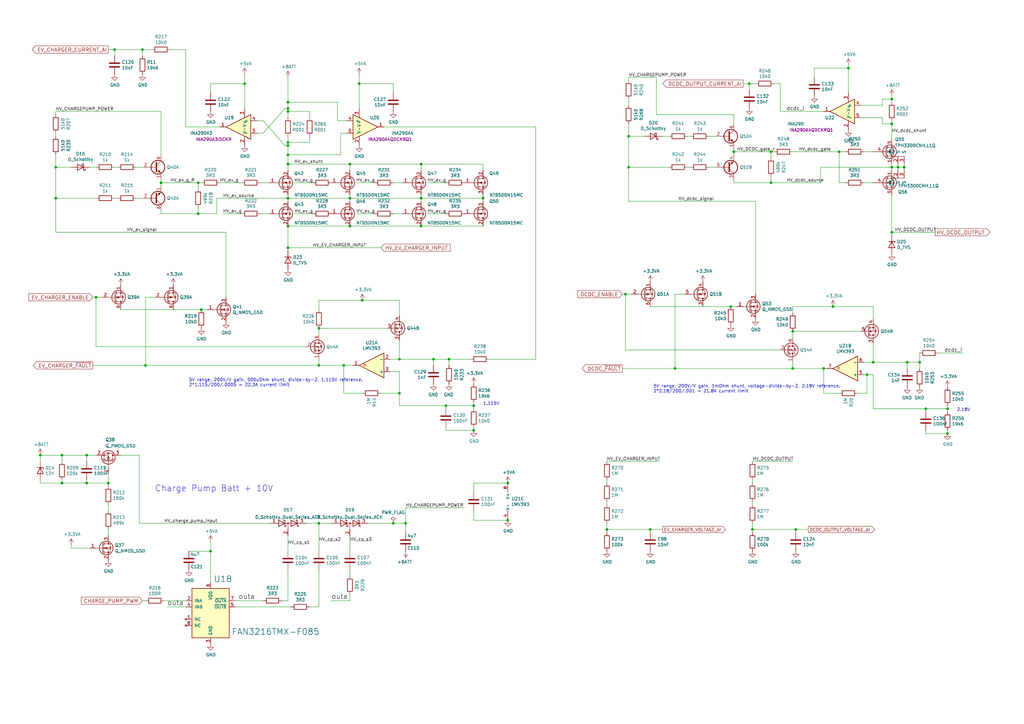
<source format=kicad_sch>
(kicad_sch (version 20211123) (generator eeschema)
  (paper "A3")
  (junction (at 22.86 81.28))
  (junction (at 58.42 20.32))
  (junction (at 344.17 62.23))
  (junction (at 22.86 68.58))
  (junction (at 208.28 213.36))
  (junction (at 379.73 167.64))
  (junction (at 308.61 217.17))
  (junction (at 198.12 81.28))
  (junction (at 130.81 149.86))
  (junction (at 118.11 92.71))
  (junction (at 163.83 161.29))
  (junction (at 248.92 217.17))
  (junction (at 337.82 151.13))
  (junction (at 118.11 59.69))
  (junction (at 172.72 81.28))
  (junction (at 388.62 177.8))
  (junction (at 194.31 176.53))
  (junction (at 266.7 217.17))
  (junction (at 326.39 217.17))
  (junction (at 143.51 92.71))
  (junction (at 35.56 198.12))
  (junction (at 355.6 153.67))
  (junction (at 182.88 166.37))
  (junction (at 25.4 186.69))
  (junction (at 143.51 67.31))
  (junction (at 35.56 186.69))
  (junction (at 44.45 198.12))
  (junction (at 347.98 27.94))
  (junction (at 172.72 67.31))
  (junction (at 276.86 151.13))
  (junction (at 377.19 148.59))
  (junction (at 257.81 68.58))
  (junction (at 257.81 55.88))
  (junction (at 130.81 134.62))
  (junction (at 147.32 34.29))
  (junction (at 148.59 123.19))
  (junction (at 86.36 226.06))
  (junction (at 81.28 74.93))
  (junction (at 100.33 34.29))
  (junction (at 365.76 50.8))
  (junction (at 118.11 45.72))
  (junction (at 82.55 127))
  (junction (at 365.76 68.58))
  (junction (at 118.11 101.6))
  (junction (at 118.11 81.28))
  (junction (at 66.04 74.93))
  (junction (at 300.99 62.23))
  (junction (at 118.11 63.5))
  (junction (at 208.28 198.12))
  (junction (at 81.28 87.63))
  (junction (at 16.51 186.69))
  (junction (at 25.4 198.12))
  (junction (at 163.83 147.32))
  (junction (at 161.29 214.63))
  (junction (at 370.84 68.58))
  (junction (at 388.62 167.64))
  (junction (at 256.54 120.65))
  (junction (at 39.37 121.92))
  (junction (at 325.12 151.13))
  (junction (at 172.72 92.71))
  (junction (at 118.11 44.45))
  (junction (at 194.31 166.37))
  (junction (at 46.99 20.32))
  (junction (at 184.15 147.32))
  (junction (at 368.3 68.58))
  (junction (at 316.23 62.23))
  (junction (at 372.11 148.59))
  (junction (at 130.81 214.63))
  (junction (at 325.12 135.89))
  (junction (at 299.72 125.73))
  (junction (at 59.69 149.86))
  (junction (at 118.11 58.42))
  (junction (at 341.63 125.73))
  (junction (at 166.37 214.63))
  (junction (at 365.76 95.25))
  (junction (at 143.51 81.28))
  (junction (at 118.11 67.31))
  (junction (at 177.8 147.32))
  (junction (at 307.34 34.29))
  (junction (at 118.11 41.91))
  (junction (at 316.23 74.93))
  (junction (at 140.97 149.86))
  (junction (at 365.76 40.64))
  (junction (at 358.14 148.59))
  (wire (pts (xy 365.76 39.37) (xy 365.76 40.64)))
  (wire (pts (xy 66.04 74.93) (xy 66.04 76.2)))
  (wire (pts (xy 118.11 44.45) (xy 118.11 41.91)))
  (wire (pts (xy 308.61 205.74) (xy 308.61 207.01)))
  (wire (pts (xy 320.04 34.29) (xy 317.5 34.29)))
  (wire (pts (xy 344.17 161.29) (xy 337.82 161.29)))
  (wire (pts (xy 358.14 125.73) (xy 341.63 125.73)))
  (wire (pts (xy 266.7 125.73) (xy 299.72 125.73)))
  (wire (pts (xy 276.86 120.65) (xy 276.86 151.13)))
  (wire (pts (xy 248.92 214.63) (xy 248.92 217.17)))
  (wire (pts (xy 166.37 208.28) (xy 190.5 208.28)))
  (wire (pts (xy 160.02 147.32) (xy 163.83 147.32)))
  (wire (pts (xy 140.97 161.29) (xy 140.97 149.86)))
  (wire (pts (xy 130.81 149.86) (xy 140.97 149.86)))
  (wire (pts (xy 325.12 125.73) (xy 325.12 128.27)))
  (wire (pts (xy 347.98 26.67) (xy 347.98 27.94)))
  (wire (pts (xy 365.76 50.8) (xy 365.76 57.15)))
  (wire (pts (xy 316.23 64.77) (xy 316.23 62.23)))
  (wire (pts (xy 57.15 186.69) (xy 57.15 214.63)))
  (wire (pts (xy 118.11 81.28) (xy 118.11 82.55)))
  (wire (pts (xy 107.95 49.53) (xy 116.84 59.69)))
  (wire (pts (xy 365.76 49.53) (xy 365.76 50.8)))
  (wire (pts (xy 379.73 177.8) (xy 379.73 176.53)))
  (wire (pts (xy 118.11 80.01) (xy 118.11 81.28)))
  (wire (pts (xy 44.45 207.01) (xy 44.45 209.55)))
  (wire (pts (xy 138.43 49.53) (xy 142.24 49.53)))
  (wire (pts (xy 146.05 87.63) (xy 153.67 87.63)))
  (wire (pts (xy 334.01 27.94) (xy 334.01 31.75)))
  (wire (pts (xy 139.7 54.61) (xy 139.7 63.5)))
  (wire (pts (xy 198.12 81.28) (xy 198.12 82.55)))
  (wire (pts (xy 269.24 31.75) (xy 269.24 46.99)))
  (wire (pts (xy 182.88 176.53) (xy 182.88 175.26)))
  (wire (pts (xy 182.88 166.37) (xy 163.83 166.37)))
  (wire (pts (xy 163.83 166.37) (xy 163.83 161.29)))
  (wire (pts (xy 118.11 101.6) (xy 156.21 101.6)))
  (wire (pts (xy 118.11 58.42) (xy 118.11 59.69)))
  (wire (pts (xy 140.97 149.86) (xy 144.78 149.86)))
  (wire (pts (xy 316.23 74.93) (xy 336.55 74.93)))
  (wire (pts (xy 118.11 92.71) (xy 118.11 101.6)))
  (wire (pts (xy 35.56 189.23) (xy 35.56 186.69)))
  (wire (pts (xy 86.36 226.06) (xy 86.36 238.76)))
  (wire (pts (xy 194.31 167.64) (xy 194.31 166.37)))
  (wire (pts (xy 118.11 45.72) (xy 127 45.72)))
  (wire (pts (xy 143.51 67.31) (xy 172.72 67.31)))
  (wire (pts (xy 143.51 92.71) (xy 172.72 92.71)))
  (wire (pts (xy 358.14 153.67) (xy 355.6 153.67)))
  (wire (pts (xy 100.33 34.29) (xy 100.33 44.45)))
  (wire (pts (xy 127 55.88) (xy 127 58.42)))
  (wire (pts (xy 151.13 214.63) (xy 161.29 214.63)))
  (wire (pts (xy 293.37 55.88) (xy 290.83 55.88)))
  (wire (pts (xy 172.72 80.01) (xy 172.72 81.28)))
  (wire (pts (xy 347.98 27.94) (xy 334.01 27.94)))
  (wire (pts (xy 143.51 80.01) (xy 143.51 81.28)))
  (wire (pts (xy 22.86 95.25) (xy 92.71 95.25)))
  (wire (pts (xy 198.12 81.28) (xy 172.72 81.28)))
  (wire (pts (xy 257.81 31.75) (xy 269.24 31.75)))
  (wire (pts (xy 22.86 81.28) (xy 39.37 81.28)))
  (wire (pts (xy 76.2 20.32) (xy 69.85 20.32)))
  (wire (pts (xy 331.47 217.17) (xy 326.39 217.17)))
  (wire (pts (xy 59.69 246.38) (xy 58.42 246.38)))
  (wire (pts (xy 316.23 62.23) (xy 300.99 62.23)))
  (wire (pts (xy 49.53 127) (xy 82.55 127)))
  (wire (pts (xy 107.95 54.61) (xy 116.84 44.45)))
  (wire (pts (xy 248.92 217.17) (xy 266.7 217.17)))
  (wire (pts (xy 309.88 34.29) (xy 307.34 34.29)))
  (wire (pts (xy 22.86 45.72) (xy 22.86 46.99)))
  (wire (pts (xy 354.33 148.59) (xy 358.14 148.59)))
  (wire (pts (xy 377.19 144.78) (xy 377.19 148.59)))
  (wire (pts (xy 280.67 120.65) (xy 276.86 120.65)))
  (wire (pts (xy 308.61 214.63) (xy 308.61 217.17)))
  (wire (pts (xy 194.31 166.37) (xy 194.31 165.1)))
  (wire (pts (xy 300.99 46.99) (xy 300.99 50.8)))
  (wire (pts (xy 81.28 87.63) (xy 66.04 87.63)))
  (wire (pts (xy 307.34 34.29) (xy 307.34 36.83)))
  (wire (pts (xy 177.8 147.32) (xy 184.15 147.32)))
  (wire (pts (xy 336.55 68.58) (xy 365.76 68.58)))
  (wire (pts (xy 388.62 168.91) (xy 388.62 167.64)))
  (wire (pts (xy 46.99 20.32) (xy 46.99 22.86)))
  (wire (pts (xy 325.12 151.13) (xy 337.82 151.13)))
  (wire (pts (xy 25.4 186.69) (xy 35.56 186.69)))
  (wire (pts (xy 39.37 121.92) (xy 41.91 121.92)))
  (wire (pts (xy 143.51 81.28) (xy 118.11 81.28)))
  (wire (pts (xy 118.11 41.91) (xy 138.43 41.91)))
  (wire (pts (xy 281.94 68.58) (xy 283.21 68.58)))
  (wire (pts (xy 81.28 87.63) (xy 81.28 85.09)))
  (wire (pts (xy 388.62 167.64) (xy 388.62 166.37)))
  (wire (pts (xy 344.17 62.23) (xy 325.12 62.23)))
  (wire (pts (xy 300.99 74.93) (xy 300.99 73.66)))
  (wire (pts (xy 257.81 55.88) (xy 257.81 68.58)))
  (wire (pts (xy 361.95 43.18) (xy 361.95 40.64)))
  (wire (pts (xy 57.15 214.63) (xy 110.49 214.63)))
  (wire (pts (xy 25.4 196.85) (xy 25.4 198.12)))
  (wire (pts (xy 248.92 196.85) (xy 248.92 198.12)))
  (wire (pts (xy 118.11 63.5) (xy 139.7 63.5)))
  (wire (pts (xy 118.11 58.42) (xy 127 58.42)))
  (wire (pts (xy 325.12 135.89) (xy 325.12 138.43)))
  (wire (pts (xy 59.69 149.86) (xy 130.81 149.86)))
  (wire (pts (xy 379.73 168.91) (xy 379.73 167.64)))
  (wire (pts (xy 66.04 87.63) (xy 66.04 86.36)))
  (wire (pts (xy 355.6 161.29) (xy 351.79 161.29)))
  (wire (pts (xy 163.83 123.19) (xy 163.83 129.54)))
  (wire (pts (xy 63.5 121.92) (xy 59.69 121.92)))
  (wire (pts (xy 49.53 186.69) (xy 57.15 186.69)))
  (wire (pts (xy 118.11 67.31) (xy 143.51 67.31)))
  (wire (pts (xy 148.59 123.19) (xy 130.81 123.19)))
  (wire (pts (xy 365.76 95.25) (xy 365.76 80.01)))
  (wire (pts (xy 38.1 149.86) (xy 59.69 149.86)))
  (wire (pts (xy 130.81 233.68) (xy 130.81 248.92)))
  (wire (pts (xy 46.99 20.32) (xy 58.42 20.32)))
  (wire (pts (xy 130.81 123.19) (xy 130.81 127)))
  (wire (pts (xy 118.11 102.87) (xy 118.11 101.6)))
  (wire (pts (xy 22.86 95.25) (xy 22.86 81.28)))
  (wire (pts (xy 276.86 151.13) (xy 255.27 151.13)))
  (wire (pts (xy 143.51 219.71) (xy 143.51 226.06)))
  (wire (pts (xy 118.11 67.31) (xy 118.11 69.85)))
  (wire (pts (xy 172.72 67.31) (xy 198.12 67.31)))
  (wire (pts (xy 256.54 120.65) (xy 256.54 143.51)))
  (wire (pts (xy 370.84 67.31) (xy 370.84 68.58)))
  (wire (pts (xy 200.66 147.32) (xy 219.71 147.32)))
  (wire (pts (xy 358.14 62.23) (xy 354.33 62.23)))
  (wire (pts (xy 248.92 205.74) (xy 248.92 207.01)))
  (wire (pts (xy 39.37 142.24) (xy 125.73 142.24)))
  (wire (pts (xy 143.51 233.68) (xy 143.51 236.22)))
  (wire (pts (xy 88.9 81.28) (xy 88.9 87.63)))
  (wire (pts (xy 35.56 196.85) (xy 35.56 198.12)))
  (wire (pts (xy 300.99 62.23) (xy 300.99 60.96)))
  (wire (pts (xy 86.36 34.29) (xy 86.36 38.1)))
  (wire (pts (xy 358.14 167.64) (xy 379.73 167.64)))
  (wire (pts (xy 44.45 217.17) (xy 44.45 219.71)))
  (wire (pts (xy 130.81 149.86) (xy 130.81 147.32)))
  (wire (pts (xy 58.42 68.58) (xy 55.88 68.58)))
  (wire (pts (xy 163.83 147.32) (xy 163.83 139.7)))
  (wire (pts (xy 175.26 87.63) (xy 182.88 87.63)))
  (wire (pts (xy 309.88 82.55) (xy 309.88 120.65)))
  (wire (pts (xy 76.2 20.32) (xy 76.2 52.07)))
  (wire (pts (xy 194.31 213.36) (xy 208.28 213.36)))
  (wire (pts (xy 365.76 40.64) (xy 365.76 41.91)))
  (wire (pts (xy 388.62 176.53) (xy 388.62 177.8)))
  (wire (pts (xy 100.33 34.29) (xy 86.36 34.29)))
  (wire (pts (xy 355.6 153.67) (xy 354.33 153.67)))
  (wire (pts (xy 172.72 92.71) (xy 198.12 92.71)))
  (wire (pts (xy 91.44 87.63) (xy 99.06 87.63)))
  (wire (pts (xy 172.72 81.28) (xy 172.72 82.55)))
  (wire (pts (xy 120.65 74.93) (xy 128.27 74.93)))
  (wire (pts (xy 82.55 74.93) (xy 81.28 74.93)))
  (wire (pts (xy 48.26 68.58) (xy 46.99 68.58)))
  (wire (pts (xy 358.14 148.59) (xy 358.14 140.97)))
  (wire (pts (xy 337.82 151.13) (xy 339.09 151.13)))
  (wire (pts (xy 143.51 243.84) (xy 143.51 246.38)))
  (wire (pts (xy 39.37 68.58) (xy 36.83 68.58)))
  (wire (pts (xy 130.81 214.63) (xy 130.81 226.06)))
  (wire (pts (xy 336.55 74.93) (xy 336.55 68.58)))
  (wire (pts (xy 257.81 68.58) (xy 274.32 68.58)))
  (wire (pts (xy 22.86 45.72) (xy 66.04 45.72)))
  (wire (pts (xy 118.11 31.75) (xy 118.11 41.91)))
  (wire (pts (xy 25.4 198.12) (xy 35.56 198.12)))
  (wire (pts (xy 358.14 125.73) (xy 358.14 130.81)))
  (wire (pts (xy 193.04 147.32) (xy 184.15 147.32)))
  (wire (pts (xy 22.86 68.58) (xy 22.86 81.28)))
  (wire (pts (xy 266.7 218.44) (xy 266.7 217.17)))
  (wire (pts (xy 394.97 144.78) (xy 384.81 144.78)))
  (wire (pts (xy 76.2 246.38) (xy 67.31 246.38)))
  (wire (pts (xy 368.3 68.58) (xy 368.3 69.85)))
  (wire (pts (xy 130.81 134.62) (xy 130.81 137.16)))
  (wire (pts (xy 118.11 45.72) (xy 118.11 48.26)))
  (wire (pts (xy 107.95 246.38) (xy 96.52 246.38)))
  (wire (pts (xy 120.65 87.63) (xy 128.27 87.63)))
  (wire (pts (xy 44.45 194.31) (xy 44.45 198.12)))
  (wire (pts (xy 365.76 68.58) (xy 365.76 69.85)))
  (wire (pts (xy 194.31 175.26) (xy 194.31 176.53)))
  (wire (pts (xy 118.11 59.69) (xy 118.11 63.5)))
  (wire (pts (xy 46.99 81.28) (xy 48.26 81.28)))
  (wire (pts (xy 177.8 147.32) (xy 177.8 149.86)))
  (wire (pts (xy 257.81 55.88) (xy 264.16 55.88)))
  (wire (pts (xy 147.32 30.48) (xy 147.32 34.29)))
  (wire (pts (xy 365.76 95.25) (xy 383.54 95.25)))
  (wire (pts (xy 365.76 68.58) (xy 368.3 68.58)))
  (wire (pts (xy 271.78 217.17) (xy 266.7 217.17)))
  (wire (pts (xy 25.4 198.12) (xy 16.51 198.12)))
  (wire (pts (xy 163.83 123.19) (xy 148.59 123.19)))
  (wire (pts (xy 194.31 209.55) (xy 194.31 213.36)))
  (wire (pts (xy 248.92 189.23) (xy 270.51 189.23)))
  (wire (pts (xy 58.42 20.32) (xy 58.42 22.86)))
  (wire (pts (xy 308.61 189.23) (xy 325.12 189.23)))
  (wire (pts (xy 66.04 74.93) (xy 66.04 73.66)))
  (wire (pts (xy 368.3 68.58) (xy 370.84 68.58)))
  (wire (pts (xy 118.11 44.45) (xy 118.11 45.72)))
  (wire (pts (xy 86.36 226.06) (xy 77.47 226.06)))
  (wire (pts (xy 88.9 81.28) (xy 118.11 81.28)))
  (wire (pts (xy 316.23 74.93) (xy 300.99 74.93)))
  (wire (pts (xy 307.34 34.29) (xy 304.8 34.29)))
  (wire (pts (xy 317.5 62.23) (xy 316.23 62.23)))
  (wire (pts (xy 25.4 186.69) (xy 25.4 189.23)))
  (wire (pts (xy 361.95 50.8) (xy 365.76 50.8)))
  (wire (pts (xy 361.95 48.26) (xy 361.95 50.8)))
  (wire (pts (xy 39.37 121.92) (xy 39.37 142.24)))
  (wire (pts (xy 143.51 92.71) (xy 118.11 92.71)))
  (wire (pts (xy 347.98 27.94) (xy 347.98 38.1)))
  (wire (pts (xy 81.28 74.93) (xy 66.04 74.93)))
  (wire (pts (xy 256.54 120.65) (xy 259.08 120.65)))
  (wire (pts (xy 165.1 87.63) (xy 161.29 87.63)))
  (wire (pts (xy 118.11 246.38) (xy 115.57 246.38)))
  (wire (pts (xy 35.56 186.69) (xy 39.37 186.69)))
  (wire (pts (xy 248.92 217.17) (xy 248.92 218.44)))
  (wire (pts (xy 58.42 81.28) (xy 55.88 81.28)))
  (wire (pts (xy 90.17 52.07) (xy 76.2 52.07)))
  (wire (pts (xy 355.6 153.67) (xy 355.6 161.29)))
  (wire (pts (xy 257.81 31.75) (xy 257.81 33.02)))
  (wire (pts (xy 130.81 134.62) (xy 158.75 134.62)))
  (wire (pts (xy 344.17 74.93) (xy 346.71 74.93)))
  (wire (pts (xy 325.12 151.13) (xy 276.86 151.13)))
  (wire (pts (xy 116.84 44.45) (xy 118.11 44.45)))
  (wire (pts (xy 85.09 127) (xy 82.55 127)))
  (wire (pts (xy 127 48.26) (xy 127 45.72)))
  (wire (pts (xy 283.21 55.88) (xy 281.94 55.88)))
  (wire (pts (xy 22.86 63.5) (xy 22.86 68.58)))
  (wire (pts (xy 379.73 177.8) (xy 388.62 177.8)))
  (wire (pts (xy 105.41 49.53) (xy 107.95 49.53)))
  (wire (pts (xy 157.48 52.07) (xy 219.71 52.07)))
  (wire (pts (xy 358.14 167.64) (xy 358.14 153.67)))
  (wire (pts (xy 256.54 143.51) (xy 320.04 143.51)))
  (wire (pts (xy 86.36 222.25) (xy 86.36 226.06)))
  (wire (pts (xy 125.73 214.63) (xy 130.81 214.63)))
  (wire (pts (xy 308.61 217.17) (xy 326.39 217.17)))
  (wire (pts (xy 361.95 40.64) (xy 365.76 40.64)))
  (wire (pts (xy 22.86 55.88) (xy 22.86 54.61)))
  (wire (pts (xy 163.83 147.32) (xy 177.8 147.32)))
  (wire (pts (xy 81.28 77.47) (xy 81.28 74.93)))
  (wire (pts (xy 110.49 87.63) (xy 106.68 87.63)))
  (wire (pts (xy 46.99 20.32) (xy 44.45 20.32)))
  (wire (pts (xy 198.12 67.31) (xy 198.12 69.85)))
  (wire (pts (xy 388.62 167.64) (xy 379.73 167.64)))
  (wire (pts (xy 257.81 82.55) (xy 309.88 82.55)))
  (wire (pts (xy 130.81 248.92) (xy 127 248.92)))
  (wire (pts (xy 182.88 176.53) (xy 194.31 176.53)))
  (wire (pts (xy 198.12 80.01) (xy 198.12 81.28)))
  (wire (pts (xy 76.2 248.92) (xy 68.58 248.92)))
  (wire (pts (xy 316.23 74.93) (xy 316.23 72.39)))
  (wire (pts (xy 194.31 201.93) (xy 194.31 198.12)))
  (wire (pts (xy 172.72 81.28) (xy 143.51 81.28)))
  (wire (pts (xy 358.14 148.59) (xy 372.11 148.59)))
  (wire (pts (xy 372.11 148.59) (xy 372.11 151.13)))
  (wire (pts (xy 166.37 208.28) (xy 166.37 214.63)))
  (wire (pts (xy 365.76 96.52) (xy 365.76 95.25)))
  (wire (pts (xy 358.14 74.93) (xy 354.33 74.93)))
  (wire (pts (xy 143.51 81.28) (xy 143.51 82.55)))
  (wire (pts (xy 130.81 214.63) (xy 135.89 214.63)))
  (wire (pts (xy 255.27 120.65) (xy 256.54 120.65)))
  (wire (pts (xy 147.32 34.29) (xy 161.29 34.29)))
  (wire (pts (xy 165.1 74.93) (xy 161.29 74.93)))
  (wire (pts (xy 100.33 30.48) (xy 100.33 34.29)))
  (wire (pts (xy 29.21 224.79) (xy 29.21 223.52)))
  (wire (pts (xy 326.39 218.44) (xy 326.39 217.17)))
  (wire (pts (xy 172.72 67.31) (xy 172.72 69.85)))
  (wire (pts (xy 143.51 246.38) (xy 135.89 246.38)))
  (wire (pts (xy 269.24 46.99) (xy 300.99 46.99)))
  (wire (pts (xy 346.71 62.23) (xy 344.17 62.23)))
  (wire (pts (xy 163.83 161.29) (xy 163.83 152.4)))
  (wire (pts (xy 320.04 45.72) (xy 320.04 34.29)))
  (wire (pts (xy 365.76 67.31) (xy 365.76 68.58)))
  (wire (pts (xy 92.71 95.25) (xy 92.71 121.92)))
  (wire (pts (xy 184.15 149.86) (xy 184.15 147.32)))
  (wire (pts (xy 194.31 166.37) (xy 182.88 166.37)))
  (wire (pts (xy 182.88 167.64) (xy 182.88 166.37)))
  (wire (pts (xy 344.17 62.23) (xy 344.17 74.93)))
  (wire (pts (xy 147.32 34.29) (xy 147.32 44.45)))
  (wire (pts (xy 105.41 54.61) (xy 107.95 54.61)))
  (wire (pts (xy 325.12 151.13) (xy 325.12 148.59)))
  (wire (pts (xy 22.86 68.58) (xy 29.21 68.58)))
  (wire (pts (xy 377.19 148.59) (xy 372.11 148.59)))
  (wire (pts (xy 116.84 59.69) (xy 118.11 59.69)))
  (wire (pts (xy 38.1 121.92) (xy 39.37 121.92)))
  (wire (pts (xy 153.67 74.93) (xy 146.05 74.93)))
  (wire (pts (xy 118.11 233.68) (xy 118.11 246.38)))
  (wire (pts (xy 16.51 189.23) (xy 16.51 186.69)))
  (wire (pts (xy 110.49 74.93) (xy 106.68 74.93)))
  (wire (pts (xy 118.11 219.71) (xy 118.11 226.06)))
  (wire (pts (xy 156.21 161.29) (xy 163.83 161.29)))
  (wire (pts (xy 16.51 186.69) (xy 25.4 186.69)))
  (wire (pts (xy 96.52 248.92) (xy 119.38 248.92)))
  (wire (pts (xy 219.71 52.07) (xy 219.71 147.32)))
  (wire (pts (xy 368.3 67.31) (xy 368.3 68.58)))
  (wire (pts (xy 59.69 121.92) (xy 59.69 149.86)))
  (wire (pts (xy 90.17 74.93) (xy 99.06 74.93)))
  (wire (pts (xy 257.81 40.64) (xy 257.81 43.18)))
  (wire (pts (xy 166.37 218.44) (xy 166.37 214.63)))
  (wire (pts (xy 88.9 87.63) (xy 81.28 87.63)))
  (wire (pts (xy 257.81 82.55) (xy 257.81 68.58)))
  (wire (pts (xy 274.32 55.88) (xy 271.78 55.88)))
  (wire (pts (xy 118.11 55.88) (xy 118.11 58.42)))
  (wire (pts (xy 163.83 152.4) (xy 160.02 152.4)))
  (wire (pts (xy 139.7 54.61) (xy 142.24 54.61)))
  (wire (pts (xy 257.81 55.88) (xy 257.81 50.8)))
  (wire (pts (xy 148.59 161.29) (xy 140.97 161.29)))
  (wire (pts (xy 377.19 151.13) (xy 377.19 148.59)))
  (wire (pts (xy 35.56 198.12) (xy 44.45 198.12)))
  (wire (pts (xy 337.82 45.72) (xy 320.04 45.72)))
  (wire (pts (xy 16.51 198.12) (xy 16.51 196.85)))
  (wire (pts (xy 300.99 62.23) (xy 300.99 63.5)))
  (wire (pts (xy 194.31 198.12) (xy 208.28 198.12)))
  (wire (pts (xy 66.04 45.72) (xy 66.04 63.5)))
  (wire (pts (xy 353.06 43.18) (xy 361.95 43.18)))
  (wire (pts (xy 44.45 198.12) (xy 44.45 199.39)))
  (wire (pts (xy 118.11 63.5) (xy 118.11 67.31)))
  (wire (pts (xy 302.26 125.73) (xy 299.72 125.73)))
  (wire (pts (xy 161.29 34.29) (xy 161.29 38.1)))
  (wire (pts (xy 138.43 41.91) (xy 138.43 49.53)))
  (wire (pts (xy 161.29 214.63) (xy 166.37 214.63)))
  (wire (pts (xy 337.82 161.29) (xy 337.82 151.13)))
  (wire (pts (xy 308.61 217.17) (xy 308.61 218.44)))
  (wire (pts (xy 29.21 224.79) (xy 36.83 224.79)))
  (wire (pts (xy 370.84 68.58) (xy 370.84 69.85)))
  (wire (pts (xy 143.51 67.31) (xy 143.51 69.85)))
  (wire (pts (xy 58.42 20.32) (xy 62.23 20.32)))
  (wire (pts (xy 341.63 125.73) (xy 325.12 125.73)))
  (wire (pts (xy 325.12 135.89) (xy 353.06 135.89)))
  (wire (pts (xy 353.06 48.26) (xy 361.95 48.26)))
  (wire (pts (xy 293.37 68.58) (xy 290.83 68.58)))
  (wire (pts (xy 175.26 74.93) (xy 182.88 74.93)))
  (wire (pts (xy 308.61 196.85) (xy 308.61 198.12)))
  (text "Charge Pump Batt + 10V" (at 63.5 201.93 0) (effects (font (size 2.4892 2.4892)) (justify left bottom)))
  (text "5V range, 200V/V gain, 500uOhm shunt, divide-by-2, 1.115V reference.\n2*1.115/200/.0005 = 22.3A current limit" (at 77.47 158.75 0) (effects (font (size 1.27 1.27)) (justify left bottom)))
  (text "1.115V" (at 198.12 166.37 0) (effects (font (size 1.27 1.27)) (justify left bottom)))
  (text "2.18V" (at 392.43 168.91 0) (effects (font (size 1.27 1.27)) (justify left bottom)))
  (text "5V range, 200V/V gain, 1mOhm shunt, voltage-divide-by-2, 2.18V reference.\n2*2.18/200/.001 = 21.8A current limit" (at 267.97 161.29 0) (effects (font (size 1.27 1.27)) (justify left bottom)))
  (label "HV_CHARGEPUMP_POWER" (at 22.86 45.72 0))
  (label "HV_ev_signal" (at 52.07 95.25 0))
  (label "HV_ev_g" (at 146.05 87.63 0))
  (label "HV_ev_g" (at 175.26 74.93 0))
  (label "outa" (at 135.89 246.38 0) (effects (font (size 2.0066 2.0066))))
  (label "HV_DCDC_gate_r" (at 302.26 62.23 0))
  (label "HV_dcdc_gate" (at 327.66 62.23 0))
  (label "HV_cp_s2" (at 130.81 222.25 0))
  (label "HV_CHARGEPUMP_POWER" (at 257.81 31.75 0))
  (label "HV_ev_shunt" (at 120.65 67.31 0))
  (label "HV_CHARGEPUMP_POWER" (at 166.37 208.28 0))
  (label "HV_dcdc_source" (at 322.58 74.93 0))
  (label "HV_ev_g" (at 175.26 87.63 0))
  (label "HV_ev_g" (at 90.17 74.93 0))
  (label "HV_cp_s1" (at 118.11 223.52 0))
  (label "HV_charge_pump_input" (at 67.31 214.63 0))
  (label "HV_ev_g" (at 91.44 87.63 0))
  (label "HV_EV_CHARGER_INPUT" (at 128.27 101.6 0))
  (label "HV_ev_source" (at 91.44 81.28 0))
  (label "HV_dcdc_signal" (at 278.13 82.55 0))
  (label "HV_ev_g" (at 146.05 74.93 0))
  (label "dcdc_i" (at 387.35 144.78 0) (effects (font (size 1.4986 1.4986))))
  (label "HV_dcdc_shunt" (at 365.76 54.61 0))
  (label "dcdc_i" (at 322.58 45.72 0) (effects (font (size 1.4986 1.4986))))
  (label "HV_ev_g_R" (at 69.85 74.93 0))
  (label "HV_DCDC_OUTPUT" (at 308.61 189.23 0))
  (label "HV_ev_g" (at 120.65 87.63 0))
  (label "outa" (at 68.58 248.92 0) (effects (font (size 2.0066 2.0066))))
  (label "outa" (at 97.79 246.38 0) (effects (font (size 2.0066 2.0066))))
  (label "HV_cp_s3" (at 143.51 222.25 0))
  (label "HV_ev_g" (at 120.65 74.93 0))
  (label "HV_EV_CHARGER_INPUT" (at 248.92 189.23 0))
  (label "HV_DCDC_OUTPUT" (at 367.03 95.25 0))
  (global_label "HV_EV_CHARGER_INPUT" (shape input) (at 156.21 101.6 0) (effects (font (size 1.4986 1.4986))) (property "Intersheet References" "${INTERSHEET_REFS}" (effects hide)))
  (global_label "EV_CHARGER_CURRENT_AI" (shape output) (at 44.45 20.32 180) (effects (font (size 1.4986 1.4986))) (property "Intersheet References" "${INTERSHEET_REFS}" (effects hide)))
  (global_label "HV_DCDC_OUTPUT" (shape output) (at 383.54 95.25 0) (effects (font (size 1.4986 1.4986))) (property "Intersheet References" "${INTERSHEET_REFS}" (effects hide)))
  (global_label "DCDC_ENABLE" (shape input) (at 255.27 120.65 180) (effects (font (size 1.4986 1.4986))) (property "Intersheet References" "${INTERSHEET_REFS}" (effects hide)))
  (global_label "DCDC_OUTPUT_VOLTAGE_AI" (shape output) (at 331.47 217.17 0) (property "Intersheet References" "${INTERSHEET_REFS}" (effects hide)))
  (global_label "EV_CHARGER_ENABLE" (shape input) (at 38.1 121.92 180) (effects (font (size 1.4986 1.4986))) (property "Intersheet References" "${INTERSHEET_REFS}" (effects hide)))
  (global_label "DCDC_~{FAULT}" (shape output) (at 255.27 151.13 180) (effects (font (size 1.4986 1.4986))) (property "Intersheet References" "${INTERSHEET_REFS}" (effects hide)))
  (global_label "DCDC_OUTPUT_CURRENT_AI" (shape output) (at 304.8 34.29 180) (effects (font (size 1.4986 1.4986))) (property "Intersheet References" "${INTERSHEET_REFS}" (effects hide)))
  (global_label "CHARGE_PUMP_PWM" (shape input) (at 58.42 246.38 180) (effects (font (size 1.4986 1.4986))) (property "Intersheet References" "${INTERSHEET_REFS}" (effects hide)))
  (global_label "EV_CHARGER_VOLTAGE_AI" (shape output) (at 271.78 217.17 0) (property "Intersheet References" "${INTERSHEET_REFS}" (effects hide)))
  (global_label "EV_CHARGER_~{FAULT}" (shape output) (at 38.1 149.86 180) (effects (font (size 1.4986 1.4986))) (property "Intersheet References" "${INTERSHEET_REFS}" (effects hide)))
  (symbol (lib_id "power:GND") (at 77.47 233.68 0) (unit 1)
    (property "Reference" "#PWR0210" (effects hide))
    (property "Value" "GND" (at 77.597 238.0742 0))
  )
  (symbol (lib_id "Device:D_Schottky_Dual_Series_ACK") (at 118.11 214.63 0) (unit 1)
    (property "Reference" "D17" (at 118.11 209.1182 0))
    (property "Value" "D_Schottky_Dual_Series_ACK" (at 118.11 212.09 0))
    (property "Datasheet" "https://www.onsemi.com/pdf/datasheet/mmbd1405-d.pdf" (effects hide))
    (property "MPN" "MMBD1403" (effects hide))
    (property "Part Number" "MMBD1403" (effects hide))
    (property "Digikey_PN" "MMBD1403CT-ND" (effects hide))
  )
  (symbol (lib_id "Device:R") (at 111.76 246.38 90) (unit 1)
    (property "Reference" "R223" (at 111.76 241.1222 90))
    (property "Value" "3R3" (at 111.76 243.4336 90))
    (property "Footprint" "Resistor_SMD:R_0603_1608Metric" (effects hide))
    (property "Datasheet" "https://fscdn.rohm.com/en/products/databook/datasheet/passive/resistor/chip_resistor/esr-e.pdf" (effects hide))
    (property "MPN" "ESR03EZPJ3R3" (effects hide))
    (property "Part Number" "ESR03EZPJ3R3" (effects hide))
    (property "Digikey_PN" "RHM303DCT-ND" (effects hide))
  )
  (symbol (lib_id "power:+BATT") (at 16.51 186.69 0) (unit 1)
    (property "Reference" "#PWR054" (effects hide))
    (property "Value" "+BATT" (at 16.891 182.2958 0))
  )
  (symbol (lib_id "Device:R") (at 123.19 248.92 90) (unit 1)
    (property "Reference" "R225" (at 123.19 243.6622 90))
    (property "Value" "3R3" (at 123.19 245.9736 90))
    (property "Footprint" "Resistor_SMD:R_0603_1608Metric" (effects hide))
    (property "Datasheet" "https://fscdn.rohm.com/en/products/databook/datasheet/passive/resistor/chip_resistor/esr-e.pdf" (effects hide))
    (property "MPN" "ESR03EZPJ3R3" (effects hide))
    (property "Part Number" "ESR03EZPJ3R3" (effects hide))
    (property "Digikey_PN" "RHM303DCT-ND" (effects hide))
  )
  (symbol (lib_id "power:+BATT") (at 166.37 226.06 180) (unit 1)
    (property "Reference" "#PWR0225" (effects hide))
    (property "Value" "+BATT" (at 165.989 230.4542 0))
  )
  (symbol (lib_id "power:+BATT") (at 118.11 31.75 0) (unit 1)
    (property "Reference" "#PWR0218" (effects hide))
    (property "Value" "+BATT" (at 118.491 27.3558 0))
  )
  (symbol (lib_id "Device:Q_NMOS_GDS") (at 115.57 87.63 0) (mirror x) (unit 1)
    (property "Reference" "Q43" (at 120.65 83.82 0) (effects (justify left)))
    (property "Value" "NTB5D0N15MC" (at 120.65 91.44 0) (effects (justify left)))
    (property "Footprint" "Package_TO_SOT_SMD:TO-263-2" (effects hide))
    (property "Datasheet" "https://www.mouser.com/datasheet/2/308/1/NTB5D0N15MC_D-2318612.pdf" (effects hide))
    (property "Part Number" "NTB5D0N15MC" (effects hide))
    (property "MPN" "NTB5D0N15MC" (effects hide))
    (property "Mouser_PN" "863-NTB5D0N15MC" (effects hide))
  )
  (symbol (lib_id "Device:R") (at 102.87 74.93 90) (unit 1)
    (property "Reference" "R221" (at 102.87 69.6722 90))
    (property "Value" "3R3" (at 102.87 71.9836 90))
    (property "Footprint" "Resistor_SMD:R_0603_1608Metric" (effects hide))
    (property "Datasheet" "https://fscdn.rohm.com/en/products/databook/datasheet/passive/resistor/chip_resistor/esr-e.pdf" (effects hide))
    (property "MPN" "ESR03EZPJ3R3" (effects hide))
    (property "Part Number" "ESR03EZPJ3R3" (effects hide))
    (property "Digikey_PN" "RHM303DCT-ND" (effects hide))
  )
  (symbol (lib_id "Device:R") (at 102.87 87.63 90) (unit 1)
    (property "Reference" "R222" (at 102.87 82.3722 90))
    (property "Value" "3R3" (at 102.87 84.6836 90))
    (property "Footprint" "Resistor_SMD:R_0603_1608Metric" (effects hide))
    (property "Datasheet" "https://fscdn.rohm.com/en/products/databook/datasheet/passive/resistor/chip_resistor/esr-e.pdf" (effects hide))
    (property "MPN" "ESR03EZPJ3R3" (effects hide))
    (property "Part Number" "ESR03EZPJ3R3" (effects hide))
    (property "Digikey_PN" "RHM303DCT-ND" (effects hide))
  )
  (symbol (lib_id "Device:R") (at 86.36 74.93 90) (unit 1)
    (property "Reference" "R220" (at 86.36 69.6722 90))
    (property "Value" "3R3" (at 86.36 71.9836 90))
    (property "Footprint" "Resistor_SMD:R_0603_1608Metric" (effects hide))
    (property "Datasheet" "https://fscdn.rohm.com/en/products/databook/datasheet/passive/resistor/chip_resistor/esr-e.pdf" (effects hide))
    (property "MPN" "ESR03EZPJ3R3" (effects hide))
    (property "Part Number" "ESR03EZPJ3R3" (effects hide))
    (property "Digikey_PN" "RHM303DCT-ND" (effects hide))
  )
  (symbol (lib_id "Device:R") (at 118.11 52.07 0) (unit 1)
    (property "Reference" "R224" (at 119.888 50.9016 0) (effects (justify left)))
    (property "Value" "R001" (at 119.888 53.213 0) (effects (justify left)))
    (property "Footprint" "Footprints:R_2512_6332Metric_PMR100" (effects hide))
    (property "Datasheet" "https://fscdn.rohm.com/en/products/databook/datasheet/passive/resistor/chip_resistor/pmr-e.pdf" (effects hide))
    (property "Part Number" "PMR100HZPFV1L00" (effects hide))
    (property "MPN" "PMR100HZPFV1L00" (effects hide))
    (property "Digikey_PN" "RHM.001AUCT-ND" (effects hide))
  )
  (symbol (lib_id "ICs:INA290") (at 100.33 52.07 0) (mirror y) (unit 1)
    (property "Reference" "U19" (at 93.98 48.26 0))
    (property "Value" "INA290A3" (at 82.55 54.61 0))
    (property "Footprint" "Package_TO_SOT_SMD:SOT-353_SC-70-5" (effects hide))
    (property "Datasheet" "https://www.ti.com/lit/ds/symlink/ina290-q1.pdf?ts=1624044330872&ref_url=https%253A%252F%252Fwww.ti.com%252Famplifier-circuit%252Fcurrent-sense%252Fanalog-output%252Fproducts.html" (effects hide))
    (property "Part Number" "INA290A3IDCKR" (at 87.63 57.15 0))
    (property "Digikey_PN" "296-INA290A3IDCKRCT-ND" (effects hide))
  )
  (symbol (lib_id "power:GND") (at 100.33 59.69 0) (unit 1)
    (property "Reference" "#PWR0217" (effects hide))
    (property "Value" "GND" (at 100.457 64.0842 0))
  )
  (symbol (lib_id "Device:R") (at 377.19 154.94 0) (mirror x) (unit 1)
    (property "Reference" "R253" (at 382.4478 154.94 90))
    (property "Value" "10k0" (at 380.1364 154.94 90))
    (property "Footprint" "Resistor_SMD:R_0603_1608Metric" (effects hide))
    (property "Datasheet" "http://www.yageo.com/NewPortal/yageodocoutput?fileName=/pdf/R-Chip/PYu-AC_51_RoHS_L_6.pdf" (effects hide))
    (property "MPN" "AC0603FR-0710KL" (effects hide))
    (property "Part Number" "AC0603FR-0710KL" (effects hide))
    (property "Digikey_PN" "311-10KLDCT-ND" (effects hide))
  )
  (symbol (lib_id "Device:R") (at 184.15 153.67 0) (mirror x) (unit 1)
    (property "Reference" "R233" (at 189.4078 153.67 90))
    (property "Value" "10k0" (at 187.0964 153.67 90))
    (property "Footprint" "Resistor_SMD:R_0603_1608Metric" (effects hide))
    (property "Datasheet" "http://www.yageo.com/NewPortal/yageodocoutput?fileName=/pdf/R-Chip/PYu-AC_51_RoHS_L_6.pdf" (effects hide))
    (property "MPN" "AC0603FR-0710KL" (effects hide))
    (property "Part Number" "AC0603FR-0710KL" (effects hide))
    (property "Digikey_PN" "311-10KLDCT-ND" (effects hide))
  )
  (symbol (lib_id "ICs:FAN3216TMX-F085") (at 78.74 261.62 0) (unit 1)
    (property "Reference" "U18" (at 91.44 237.49 0) (effects (font (size 2.4892 2.4892))))
    (property "Value" "FAN3216TMX-F085" (at 113.03 259.08 0) (effects (font (size 2.4892 2.4892))))
    (property "Footprint" "Package_SO:SOIC-8_3.9x4.9mm_P1.27mm" (effects hide))
    (property "Datasheet" "https://www.onsemi.com/pdf/datasheet/fan3217-d.pdf" (effects hide))
    (property "Part Number" "FAN3216TMX-F085" (effects hide))
    (property "Digikey_PN" "FAN3216TMX-F085CT-ND" (effects hide))
  )
  (symbol (lib_id "power:GND") (at 86.36 264.16 0) (unit 1)
    (property "Reference" "#PWR0214" (effects hide))
    (property "Value" "GND" (at 86.487 268.5542 0))
  )
  (symbol (lib_id "Device:R") (at 63.5 246.38 90) (unit 1)
    (property "Reference" "R216" (at 63.5 241.1222 90))
    (property "Value" "100R" (at 63.5 243.4336 90))
    (property "Footprint" "Resistor_SMD:R_0603_1608Metric" (effects hide))
    (property "MPN" "AC0603FR-07100RL" (effects hide))
    (property "Part Number" "AC0603FR-07100RL" (effects hide))
    (property "Digikey_PN" "YAG3561CT-ND" (effects hide))
  )
  (symbol (lib_id "power:GND") (at 377.19 158.75 0) (mirror y) (unit 1)
    (property "Reference" "#PWR0245" (effects hide))
    (property "Value" "GND" (at 377.063 163.1442 0))
  )
  (symbol (lib_id "Device:R") (at 66.04 20.32 90) (unit 1)
    (property "Reference" "R217" (at 66.04 15.0622 90))
    (property "Value" "10k0" (at 66.04 17.3736 90))
    (property "Footprint" "Resistor_SMD:R_0603_1608Metric" (effects hide))
    (property "Datasheet" "http://www.yageo.com/NewPortal/yageodocoutput?fileName=/pdf/R-Chip/PYu-AC_51_RoHS_L_6.pdf" (effects hide))
    (property "DNP" "< ... >" (effects hide))
    (property "Digikey_PN" "311-10KLDCT-ND" (effects hide))
    (property "MPN" "AC0603FR-0710KL" (effects hide))
    (property "Part Number" "AC0603FR-0710KL" (effects hide))
  )
  (symbol (lib_id "Device:C") (at 46.99 26.67 0) (unit 1)
    (property "Reference" "C120" (at 49.911 25.5016 0) (effects (justify left)))
    (property "Value" "10nF" (at 49.911 27.813 0) (effects (justify left)))
    (property "Footprint" "Capacitor_SMD:C_0603_1608Metric" (effects hide))
    (property "MPN" "GCM188R72A103KA37D" (effects hide))
    (property "Part Number" "GCM188R72A103KA37D" (effects hide))
    (property "Digikey_PN" "490-4781-1-ND" (effects hide))
  )
  (symbol (lib_id "power:GND") (at 46.99 30.48 0) (unit 1)
    (property "Reference" "#PWR060" (effects hide))
    (property "Value" "GND" (at 47.117 34.8742 0))
  )
  (symbol (lib_id "power:GND") (at 184.15 157.48 0) (mirror y) (unit 1)
    (property "Reference" "#PWR0227" (effects hide))
    (property "Value" "GND" (at 184.023 161.8742 0))
  )
  (symbol (lib_id "ICs:Q_NMOS_SSSGD") (at 350.52 52.07 0) (unit 1)
    (property "Reference" "Q55" (at 367.03 57.15 0) (effects (justify left)))
    (property "Value" "TPH3300CNH,L1Q" (at 367.03 59.69 0) (effects (justify left)))
    (property "Footprint" "Package_SO:PowerPAK_SO-8_Single" (effects hide))
    (property "Datasheet" "file:///C:/Users/kid%20group/Downloads/TPH3300CNH_datasheet_en_20140225.pdf" (effects hide))
    (property "Part Number" "TPH3300CNH,L1Q" (effects hide))
    (property "MPN" "TPH3300CNH,L1Q" (effects hide))
    (property "Digikey_PN" "TPH3300CNHL1QCT-ND" (effects hide))
  )
  (symbol (lib_id "power:+BATT") (at 365.76 39.37 0) (unit 1)
    (property "Reference" "#PWR0242" (effects hide))
    (property "Value" "+BATT" (at 366.141 34.9758 0))
  )
  (symbol (lib_id "Device:R") (at 350.52 62.23 90) (unit 1)
    (property "Reference" "R250" (at 350.52 56.9722 90))
    (property "Value" "3R3" (at 350.52 59.2836 90))
    (property "Footprint" "Resistor_SMD:R_0603_1608Metric" (effects hide))
    (property "Datasheet" "https://fscdn.rohm.com/en/products/databook/datasheet/passive/resistor/chip_resistor/esr-e.pdf" (effects hide))
    (property "MPN" "ESR03EZPJ3R3" (effects hide))
    (property "Part Number" "ESR03EZPJ3R3" (effects hide))
    (property "Digikey_PN" "RHM303DCT-ND" (effects hide))
  )
  (symbol (lib_id "Device:R") (at 350.52 74.93 90) (unit 1)
    (property "Reference" "R251" (at 350.52 69.6722 90))
    (property "Value" "3R3" (at 350.52 71.9836 90))
    (property "Footprint" "Resistor_SMD:R_0603_1608Metric" (effects hide))
    (property "Datasheet" "https://fscdn.rohm.com/en/products/databook/datasheet/passive/resistor/chip_resistor/esr-e.pdf" (effects hide))
    (property "MPN" "ESR03EZPJ3R3" (effects hide))
    (property "Part Number" "ESR03EZPJ3R3" (effects hide))
    (property "Digikey_PN" "RHM303DCT-ND" (effects hide))
  )
  (symbol (lib_id "Device:R") (at 365.76 45.72 0) (unit 1)
    (property "Reference" "R252" (at 367.538 44.5516 0) (effects (justify left)))
    (property "Value" "R001" (at 367.538 46.863 0) (effects (justify left)))
    (property "Footprint" "Resistor_SMD:R_1206_3216Metric" (effects hide))
    (property "Datasheet" "https://www.seielect.com/catalog/sei-hcs.pdf" (effects hide))
    (property "Part Number" "HCS1206FT1L00" (effects hide))
    (property "MPN" "HCS1206FT1L00" (effects hide))
    (property "Digikey_PN" "HCS1206FT1L00CT-ND" (effects hide))
  )
  (symbol (lib_id "ICs:INA290") (at 347.98 45.72 0) (mirror y) (unit 1)
    (property "Reference" "U22" (at 340.36 48.26 0))
    (property "Value" "INA290" (at 326.39 50.8 0))
    (property "Footprint" "Package_TO_SOT_SMD:SOT-353_SC-70-5" (effects hide))
    (property "Datasheet" "https://www.ti.com/lit/ds/symlink/ina290-q1.pdf?ts=1624044330872&ref_url=https%253A%252F%252Fwww.ti.com%252Famplifier-circuit%252Fcurrent-sense%252Fanalog-output%252Fproducts.html" (effects hide))
    (property "Part Number" "INA290A4QDCKRQ1" (at 332.74 53.34 0))
    (property "Digikey_PN" "296-INA290A4QDCKRQ1CT-ND" (effects hide))
  )
  (symbol (lib_id "power:GND") (at 347.98 53.34 0) (unit 1)
    (property "Reference" "#PWR0241" (effects hide))
    (property "Value" "GND" (at 348.107 57.7342 0))
  )
  (symbol (lib_id "Device:R") (at 313.69 34.29 90) (unit 1)
    (property "Reference" "R246" (at 313.69 29.0322 90))
    (property "Value" "10k0" (at 313.69 31.3436 90))
    (property "Footprint" "Resistor_SMD:R_0603_1608Metric" (effects hide))
    (property "Datasheet" "http://www.yageo.com/NewPortal/yageodocoutput?fileName=/pdf/R-Chip/PYu-AC_51_RoHS_L_6.pdf" (effects hide))
    (property "MPN" "AC0603FR-0710KL" (effects hide))
    (property "Part Number" "AC0603FR-0710KL" (effects hide))
    (property "Digikey_PN" "311-10KLDCT-ND" (effects hide))
  )
  (symbol (lib_id "Device:C") (at 307.34 40.64 0) (unit 1)
    (property "Reference" "C132" (at 310.261 39.4716 0) (effects (justify left)))
    (property "Value" "10nF" (at 310.261 41.783 0) (effects (justify left)))
    (property "Footprint" "Capacitor_SMD:C_0603_1608Metric" (effects hide))
    (property "MPN" "GCM188R72A103KA37D" (effects hide))
    (property "Part Number" "GCM188R72A103KA37D" (effects hide))
    (property "Digikey_PN" "490-4781-1-ND" (effects hide))
  )
  (symbol (lib_id "power:GND") (at 307.34 44.45 0) (unit 1)
    (property "Reference" "#PWR0236" (effects hide))
    (property "Value" "GND" (at 307.467 48.8442 0))
  )
  (symbol (lib_id "Device:Q_NMOS_GDS") (at 115.57 74.93 0) (unit 1)
    (property "Reference" "Q42" (at 120.65 71.12 0) (effects (justify left)))
    (property "Value" "NTB5D0N15MC" (at 120.65 80.01 0) (effects (justify left)))
    (property "Footprint" "Package_TO_SOT_SMD:TO-263-2" (effects hide))
    (property "Datasheet" "https://www.mouser.com/datasheet/2/308/1/NTB5D0N15MC_D-2318612.pdf" (effects hide))
    (property "Part Number" "NTB5D0N15MC" (effects hide))
    (property "MPN" "NTB5D0N15MC" (effects hide))
    (property "Mouser_PN" "863-NTB5D0N15MC" (effects hide))
  )
  (symbol (lib_id "Device:Q_NMOS_GDS") (at 140.97 74.93 0) (unit 1)
    (property "Reference" "Q45" (at 146.05 71.12 0) (effects (justify left)))
    (property "Value" "NTB5D0N15MC" (at 146.05 80.01 0) (effects (justify left)))
    (property "Footprint" "Package_TO_SOT_SMD:TO-263-2" (effects hide))
    (property "Datasheet" "https://www.mouser.com/datasheet/2/308/1/NTB5D0N15MC_D-2318612.pdf" (effects hide))
    (property "Part Number" "NTB5D0N15MC" (effects hide))
    (property "MPN" "NTB5D0N15MC" (effects hide))
    (property "Mouser_PN" "863-NTB5D0N15MC" (effects hide))
  )
  (symbol (lib_id "Device:Q_NMOS_GDS") (at 140.97 87.63 0) (mirror x) (unit 1)
    (property "Reference" "Q46" (at 146.05 82.55 0) (effects (justify left)))
    (property "Value" "NTB5D0N15MC" (at 146.05 91.44 0) (effects (justify left)))
    (property "Footprint" "Package_TO_SOT_SMD:TO-263-2" (effects hide))
    (property "Datasheet" "https://www.mouser.com/datasheet/2/308/1/NTB5D0N15MC_D-2318612.pdf" (effects hide))
    (property "Part Number" "NTB5D0N15MC" (effects hide))
    (property "MPN" "NTB5D0N15MC" (effects hide))
    (property "Mouser_PN" "863-NTB5D0N15MC" (effects hide))
  )
  (symbol (lib_id "Device:C") (at 86.36 41.91 0) (unit 1)
    (property "Reference" "C122" (at 89.281 40.7416 0) (effects (justify left)))
    (property "Value" "10nF" (at 89.281 43.053 0) (effects (justify left)))
    (property "Footprint" "Capacitor_SMD:C_0603_1608Metric" (effects hide))
    (property "MPN" "GCM188R72A103KA37D" (effects hide))
    (property "Part Number" "GCM188R72A103KA37D" (effects hide))
    (property "Digikey_PN" "490-4781-1-ND" (effects hide))
  )
  (symbol (lib_id "power:GND") (at 86.36 45.72 0) (unit 1)
    (property "Reference" "#PWR0212" (effects hide))
    (property "Value" "GND" (at 86.487 50.1142 0))
  )
  (symbol (lib_id "Device:R") (at 132.08 74.93 90) (unit 1)
    (property "Reference" "R227" (at 132.08 69.6722 90))
    (property "Value" "3R3" (at 132.08 71.9836 90))
    (property "Footprint" "Resistor_SMD:R_0603_1608Metric" (effects hide))
    (property "Datasheet" "https://fscdn.rohm.com/en/products/databook/datasheet/passive/resistor/chip_resistor/esr-e.pdf" (effects hide))
    (property "MPN" "ESR03EZPJ3R3" (effects hide))
    (property "Part Number" "ESR03EZPJ3R3" (effects hide))
    (property "Digikey_PN" "RHM303DCT-ND" (effects hide))
  )
  (symbol (lib_id "Device:R") (at 132.08 87.63 90) (unit 1)
    (property "Reference" "R228" (at 132.08 82.3722 90))
    (property "Value" "3R3" (at 132.08 84.6836 90))
    (property "Footprint" "Resistor_SMD:R_0603_1608Metric" (effects hide))
    (property "Datasheet" "https://fscdn.rohm.com/en/products/databook/datasheet/passive/resistor/chip_resistor/esr-e.pdf" (effects hide))
    (property "MPN" "ESR03EZPJ3R3" (effects hide))
    (property "Part Number" "ESR03EZPJ3R3" (effects hide))
    (property "Digikey_PN" "RHM303DCT-ND" (effects hide))
  )
  (symbol (lib_id "Device:C") (at 334.01 35.56 0) (unit 1)
    (property "Reference" "C133" (at 336.931 34.3916 0) (effects (justify left)))
    (property "Value" "10nF" (at 336.931 36.703 0) (effects (justify left)))
    (property "Footprint" "Capacitor_SMD:C_0603_1608Metric" (effects hide))
    (property "MPN" "GCM188R72A103KA37D" (effects hide))
    (property "Part Number" "GCM188R72A103KA37D" (effects hide))
    (property "Digikey_PN" "490-4781-1-ND" (effects hide))
  )
  (symbol (lib_id "power:GND") (at 334.01 39.37 0) (unit 1)
    (property "Reference" "#PWR0238" (effects hide))
    (property "Value" "GND" (at 334.137 43.7642 0))
  )
  (symbol (lib_id "ICs:INA290") (at 147.32 52.07 0) (unit 1)
    (property "Reference" "U20" (at 153.67 48.26 0))
    (property "Value" "INA290A4" (at 165.1 54.61 0))
    (property "Footprint" "Package_TO_SOT_SMD:SOT-353_SC-70-5" (effects hide))
    (property "Datasheet" "https://www.ti.com/lit/ds/symlink/ina290-q1.pdf?ts=1624044330872&ref_url=https%253A%252F%252Fwww.ti.com%252Famplifier-circuit%252Fcurrent-sense%252Fanalog-output%252Fproducts.html" (effects hide))
    (property "Part Number" "INA290A4QDCKRQ1" (at 160.02 57.15 0))
    (property "Digikey_PN" "296-INA290A4QDCKRQ1CT-ND" (effects hide))
  )
  (symbol (lib_id "Device:C") (at 161.29 41.91 0) (mirror y) (unit 1)
    (property "Reference" "C127" (at 158.369 40.7416 0) (effects (justify left)))
    (property "Value" "10nF" (at 158.369 43.053 0) (effects (justify left)))
    (property "Footprint" "Capacitor_SMD:C_0603_1608Metric" (effects hide))
    (property "MPN" "GCM188R72A103KA37D" (effects hide))
    (property "Part Number" "GCM188R72A103KA37D" (effects hide))
    (property "Digikey_PN" "490-4781-1-ND" (effects hide))
  )
  (symbol (lib_id "power:GND") (at 161.29 45.72 0) (unit 1)
    (property "Reference" "#PWR0222" (effects hide))
    (property "Value" "GND" (at 161.417 50.1142 0))
  )
  (symbol (lib_id "power:GND") (at 147.32 59.69 0) (unit 1)
    (property "Reference" "#PWR0221" (effects hide))
    (property "Value" "GND" (at 147.447 64.0842 0))
  )
  (symbol (lib_id "power:GND") (at 208.28 213.36 0) (unit 1)
    (property "Reference" "#PWR0231" (effects hide))
    (property "Value" "GND" (at 208.407 217.7542 0))
  )
  (symbol (lib_id "Device:C") (at 194.31 205.74 0) (unit 1)
    (property "Reference" "C131" (at 197.231 204.5716 0) (effects (justify left)))
    (property "Value" "100nF" (at 197.231 206.883 0) (effects (justify left)))
    (property "Footprint" "Capacitor_SMD:C_0603_1608Metric" (effects hide))
    (property "Datasheet" "http://psearch.en.murata.com/capacitor/product/GCM188R71H104KA57%23.pdf" (effects hide))
    (property "MPN" "GCM188R71H104KA57D" (effects hide))
    (property "Part Number" "GCM188R71H104KA57D" (effects hide))
    (property "Digikey_PN" "490-4779-1-ND" (effects hide))
  )
  (symbol (lib_id "Device:R") (at 194.31 161.29 0) (unit 1)
    (property "Reference" "R236" (at 196.088 160.1216 0) (effects (justify left)))
    (property "Value" "19k6" (at 196.088 162.433 0) (effects (justify left)))
    (property "Footprint" "Resistor_SMD:R_0603_1608Metric" (effects hide))
    (property "Datasheet" "https://www.seielect.com/catalog/sei-rmcf_rmcp.pdf" (effects hide))
    (property "Digikey_PN" "RMCF0603FT19K6CT-ND" (effects hide))
    (property "MPN" "RMCF0603FT19K6" (effects hide))
    (property "Part Number" "RMCF0603FT19K6" (effects hide))
  )
  (symbol (lib_id "Device:R") (at 194.31 171.45 0) (unit 1)
    (property "Reference" "R237" (at 196.088 170.2816 0) (effects (justify left)))
    (property "Value" "10k0" (at 196.088 172.593 0) (effects (justify left)))
    (property "Footprint" "Resistor_SMD:R_0603_1608Metric" (effects hide))
    (property "Datasheet" "http://www.yageo.com/NewPortal/yageodocoutput?fileName=/pdf/R-Chip/PYu-AC_51_RoHS_L_6.pdf" (effects hide))
    (property "DNP" "< ... >" (effects hide))
    (property "Digikey_PN" "311-10KLDCT-ND" (effects hide))
    (property "MPN" "AC0603FR-0710KL" (effects hide))
    (property "Part Number" "AC0603FR-0710KL" (effects hide))
  )
  (symbol (lib_id "Device:R") (at 248.92 210.82 180) (unit 1)
    (property "Reference" "R272" (at 250.698 209.6516 0) (effects (justify right)))
    (property "Value" "1M" (at 250.698 211.963 0) (effects (justify right)))
    (property "Footprint" "Resistor_SMD:R_0603_1608Metric" (effects hide))
    (property "Datasheet" "http://www.yageo.com/NewPortal/yageodocoutput?fileName=/pdf/R-Chip/PYu-AC_51_RoHS_L_6.pdf" (effects hide))
    (property "DNP" "< ... >" (effects hide))
    (property "MPN" "AC0603FR-071ML" (effects hide))
    (property "Part Number" "AC0603FR-071ML" (effects hide))
    (property "Digikey_PN" "311-1MLDCT-ND" (effects hide))
  )
  (symbol (lib_id "Device:R") (at 248.92 222.25 180) (unit 1)
    (property "Reference" "R273" (at 250.698 221.0816 0) (effects (justify right)))
    (property "Value" "100k" (at 250.698 223.393 0) (effects (justify right)))
    (property "Footprint" "Resistor_SMD:R_0603_1608Metric" (effects hide))
    (property "Datasheet" "https://www.seielect.com/catalog/sei-rmcf_rmcp.pdf" (effects hide))
    (property "MPN" "RMCF0603FT100K" (effects hide))
    (property "Part Number" "RMCF0603FT100K" (effects hide))
    (property "Digikey_PN" "RMCF0603FT100KCT-ND" (effects hide))
  )
  (symbol (lib_id "power:GND") (at 248.92 226.06 0) (unit 1)
    (property "Reference" "#PWR033" (effects hide))
    (property "Value" "GND" (at 249.047 230.4542 0))
  )
  (symbol (lib_id "Device:C") (at 266.7 222.25 0) (unit 1)
    (property "Reference" "C98" (at 269.621 221.0816 0) (effects (justify left)))
    (property "Value" "10nF" (at 269.621 223.393 0) (effects (justify left)))
    (property "Footprint" "Capacitor_SMD:C_0603_1608Metric" (effects hide))
    (property "MPN" "GCM188R72A103KA37D" (effects hide))
    (property "Part Number" "GCM188R72A103KA37D" (effects hide))
    (property "Digikey_PN" "490-4781-1-ND" (effects hide))
  )
  (symbol (lib_id "power:GND") (at 266.7 226.06 0) (unit 1)
    (property "Reference" "#PWR065" (effects hide))
    (property "Value" "GND" (at 266.827 230.4542 0))
  )
  (symbol (lib_id "Device:R") (at 248.92 201.93 180) (unit 1)
    (property "Reference" "R271" (at 250.698 200.7616 0) (effects (justify right)))
    (property "Value" "1M" (at 250.698 203.073 0) (effects (justify right)))
    (property "Footprint" "Resistor_SMD:R_0603_1608Metric" (effects hide))
    (property "Datasheet" "http://www.yageo.com/NewPortal/yageodocoutput?fileName=/pdf/R-Chip/PYu-AC_51_RoHS_L_6.pdf" (effects hide))
    (property "DNP" "< ... >" (effects hide))
    (property "MPN" "AC0603FR-071ML" (effects hide))
    (property "Part Number" "AC0603FR-071ML" (effects hide))
    (property "Digikey_PN" "311-1MLDCT-ND" (effects hide))
  )
  (symbol (lib_id "power:GND") (at 194.31 176.53 0) (unit 1)
    (property "Reference" "#PWR0229" (effects hide))
    (property "Value" "GND" (at 194.437 180.9242 0))
  )
  (symbol (lib_id "Device:C") (at 182.88 171.45 0) (unit 1)
    (property "Reference" "C130" (at 185.801 170.2816 0) (effects (justify left)))
    (property "Value" "100nF" (at 185.801 172.593 0) (effects (justify left)))
    (property "Footprint" "Capacitor_SMD:C_0603_1608Metric" (effects hide))
    (property "Datasheet" "http://psearch.en.murata.com/capacitor/product/GCM188R71H104KA57%23.pdf" (effects hide))
    (property "MPN" "GCM188R71H104KA57D" (effects hide))
    (property "Part Number" "GCM188R71H104KA57D" (effects hide))
    (property "Digikey_PN" "490-4779-1-ND" (effects hide))
  )
  (symbol (lib_id "Device:R") (at 248.92 193.04 180) (unit 1)
    (property "Reference" "R270" (at 250.698 191.8716 0) (effects (justify right)))
    (property "Value" "1M" (at 250.698 194.183 0) (effects (justify right)))
    (property "Footprint" "Resistor_SMD:R_0603_1608Metric" (effects hide))
    (property "Datasheet" "http://www.yageo.com/NewPortal/yageodocoutput?fileName=/pdf/R-Chip/PYu-AC_51_RoHS_L_6.pdf" (effects hide))
    (property "DNP" "< ... >" (effects hide))
    (property "MPN" "AC0603FR-071ML" (effects hide))
    (property "Part Number" "AC0603FR-071ML" (effects hide))
    (property "Digikey_PN" "311-1MLDCT-ND" (effects hide))
  )
  (symbol (lib_id "ICs:Q_NMOS_SSSGD") (at 350.52 85.09 0) (mirror x) (unit 1)
    (property "Reference" "Q56" (at 368.3 78.74 0) (effects (justify left)))
    (property "Value" "TPH3300CNH,L1Q" (at 368.3 76.2 0) (effects (justify left)))
    (property "Footprint" "Package_SO:PowerPAK_SO-8_Single" (effects hide))
    (property "Datasheet" "file:///C:/Users/kid%20group/Downloads/TPH3300CNH_datasheet_en_20140225.pdf" (effects hide))
    (property "Part Number" "TPH3300CNH,L1Q" (effects hide))
    (property "MPN" "TPH3300CNH,L1Q" (effects hide))
    (property "Digikey_PN" "TPH3300CNHL1QCT-ND" (effects hide))
  )
  (symbol (lib_id "Device:R") (at 196.85 147.32 270) (mirror x) (unit 1)
    (property "Reference" "R238" (at 196.85 142.0622 90))
    (property "Value" "10k0" (at 196.85 144.3736 90))
    (property "Footprint" "Resistor_SMD:R_0603_1608Metric" (effects hide))
    (property "Datasheet" "http://www.yageo.com/NewPortal/yageodocoutput?fileName=/pdf/R-Chip/PYu-AC_51_RoHS_L_6.pdf" (effects hide))
    (property "MPN" "AC0603FR-0710KL" (effects hide))
    (property "Part Number" "AC0603FR-0710KL" (effects hide))
    (property "Digikey_PN" "311-10KLDCT-ND" (effects hide))
  )
  (symbol (lib_id "Device:C") (at 177.8 153.67 0) (mirror y) (unit 1)
    (property "Reference" "C129" (at 174.879 152.5016 0) (effects (justify left)))
    (property "Value" "1nF" (at 174.879 154.813 0) (effects (justify left)))
    (property "Footprint" "Capacitor_SMD:C_0603_1608Metric" (effects hide))
    (property "Datasheet" "https://product.tdk.com/system/files/dam/doc/product/capacitor/ceramic/mlcc/catalog/mlcc_automotive_general_en.pdf" (effects hide))
    (property "MPN" "CGA3E2X7R1H102K080AA" (effects hide))
    (property "Part Number" "CGA3E2X7R1H102K080AA" (effects hide))
    (property "Digikey_PN" "445-5659-1-ND" (effects hide))
  )
  (symbol (lib_id "power:GND") (at 177.8 157.48 0) (mirror y) (unit 1)
    (property "Reference" "#PWR0226" (effects hide))
    (property "Value" "GND" (at 177.673 161.8742 0))
  )
  (symbol (lib_id "Device:R") (at 130.81 130.81 0) (mirror x) (unit 1)
    (property "Reference" "R226" (at 129.032 129.6416 0) (effects (justify right)))
    (property "Value" "10k0" (at 129.032 131.953 0) (effects (justify right)))
    (property "Footprint" "Resistor_SMD:R_0603_1608Metric" (effects hide))
    (property "Datasheet" "http://www.yageo.com/NewPortal/yageodocoutput?fileName=/pdf/R-Chip/PYu-AC_51_RoHS_L_6.pdf" (effects hide))
    (property "MPN" "AC0603FR-0710KL" (effects hide))
    (property "Part Number" "AC0603FR-0710KL" (effects hide))
    (property "Digikey_PN" "311-10KLDCT-ND" (effects hide))
  )
  (symbol (lib_id "power:GND") (at 92.71 132.08 0) (unit 1)
    (property "Reference" "#PWR0215" (effects hide))
    (property "Value" "GND" (at 92.837 136.4742 0))
  )
  (symbol (lib_id "Device:R") (at 308.61 210.82 180) (unit 1)
    (property "Reference" "R277" (at 310.388 209.6516 0) (effects (justify right)))
    (property "Value" "1M" (at 310.388 211.963 0) (effects (justify right)))
    (property "Footprint" "Resistor_SMD:R_0603_1608Metric" (effects hide))
    (property "Datasheet" "http://www.yageo.com/NewPortal/yageodocoutput?fileName=/pdf/R-Chip/PYu-AC_51_RoHS_L_6.pdf" (effects hide))
    (property "DNP" "< ... >" (effects hide))
    (property "MPN" "AC0603FR-071ML" (effects hide))
    (property "Part Number" "AC0603FR-071ML" (effects hide))
    (property "Digikey_PN" "311-1MLDCT-ND" (effects hide))
  )
  (symbol (lib_id "Device:R") (at 308.61 222.25 180) (unit 1)
    (property "Reference" "R278" (at 310.388 221.0816 0) (effects (justify right)))
    (property "Value" "100k" (at 310.388 223.393 0) (effects (justify right)))
    (property "Footprint" "Resistor_SMD:R_0603_1608Metric" (effects hide))
    (property "Datasheet" "https://www.seielect.com/catalog/sei-rmcf_rmcp.pdf" (effects hide))
    (property "MPN" "RMCF0603FT100K" (effects hide))
    (property "Part Number" "RMCF0603FT100K" (effects hide))
    (property "Digikey_PN" "RMCF0603FT100KCT-ND" (effects hide))
  )
  (symbol (lib_id "power:GND") (at 308.61 226.06 0) (unit 1)
    (property "Reference" "#PWR066" (effects hide))
    (property "Value" "GND" (at 308.737 230.4542 0))
  )
  (symbol (lib_id "Device:C") (at 326.39 222.25 0) (unit 1)
    (property "Reference" "C124" (at 329.311 221.0816 0) (effects (justify left)))
    (property "Value" "10nF" (at 329.311 223.393 0) (effects (justify left)))
    (property "Footprint" "Capacitor_SMD:C_0603_1608Metric" (effects hide))
    (property "MPN" "GCM188R72A103KA37D" (effects hide))
    (property "Part Number" "GCM188R72A103KA37D" (effects hide))
    (property "Digikey_PN" "490-4781-1-ND" (effects hide))
  )
  (symbol (lib_id "power:GND") (at 326.39 226.06 0) (unit 1)
    (property "Reference" "#PWR067" (effects hide))
    (property "Value" "GND" (at 326.517 230.4542 0))
  )
  (symbol (lib_id "Device:R") (at 308.61 201.93 180) (unit 1)
    (property "Reference" "R276" (at 310.388 200.7616 0) (effects (justify right)))
    (property "Value" "1M" (at 310.388 203.073 0) (effects (justify right)))
    (property "Footprint" "Resistor_SMD:R_0603_1608Metric" (effects hide))
    (property "Datasheet" "http://www.yageo.com/NewPortal/yageodocoutput?fileName=/pdf/R-Chip/PYu-AC_51_RoHS_L_6.pdf" (effects hide))
    (property "DNP" "< ... >" (effects hide))
    (property "MPN" "AC0603FR-071ML" (effects hide))
    (property "Part Number" "AC0603FR-071ML" (effects hide))
    (property "Digikey_PN" "311-1MLDCT-ND" (effects hide))
  )
  (symbol (lib_id "Device:R") (at 308.61 193.04 180) (unit 1)
    (property "Reference" "R275" (at 310.388 191.8716 0) (effects (justify right)))
    (property "Value" "1M" (at 310.388 194.183 0) (effects (justify right)))
    (property "Footprint" "Resistor_SMD:R_0603_1608Metric" (effects hide))
    (property "Datasheet" "http://www.yageo.com/NewPortal/yageodocoutput?fileName=/pdf/R-Chip/PYu-AC_51_RoHS_L_6.pdf" (effects hide))
    (property "DNP" "< ... >" (effects hide))
    (property "MPN" "AC0603FR-071ML" (effects hide))
    (property "Part Number" "AC0603FR-071ML" (effects hide))
    (property "Digikey_PN" "311-1MLDCT-ND" (effects hide))
  )
  (symbol (lib_id "Device:Q_NMOS_GDS") (at 170.18 87.63 0) (mirror x) (unit 1)
    (property "Reference" "Q48" (at 175.26 83.82 0) (effects (justify left)))
    (property "Value" "NTB5D0N15MC" (at 175.26 91.44 0) (effects (justify left)))
    (property "Footprint" "Package_TO_SOT_SMD:TO-263-2" (effects hide))
    (property "Datasheet" "https://www.mouser.com/datasheet/2/308/1/NTB5D0N15MC_D-2318612.pdf" (effects hide))
    (property "Part Number" "NTB5D0N15MC" (effects hide))
    (property "MPN" "NTB5D0N15MC" (effects hide))
    (property "Mouser_PN" "863-NTB5D0N15MC" (effects hide))
  )
  (symbol (lib_id "Device:R") (at 157.48 74.93 90) (unit 1)
    (property "Reference" "R231" (at 157.48 69.6722 90))
    (property "Value" "3R3" (at 157.48 71.9836 90))
    (property "Footprint" "Resistor_SMD:R_0603_1608Metric" (effects hide))
    (property "Datasheet" "https://fscdn.rohm.com/en/products/databook/datasheet/passive/resistor/chip_resistor/esr-e.pdf" (effects hide))
    (property "MPN" "ESR03EZPJ3R3" (effects hide))
    (property "Part Number" "ESR03EZPJ3R3" (effects hide))
    (property "Digikey_PN" "RHM303DCT-ND" (effects hide))
  )
  (symbol (lib_id "Device:R") (at 157.48 87.63 90) (unit 1)
    (property "Reference" "R232" (at 157.48 82.3722 90))
    (property "Value" "3R3" (at 157.48 84.6836 90))
    (property "Footprint" "Resistor_SMD:R_0603_1608Metric" (effects hide))
    (property "Datasheet" "https://fscdn.rohm.com/en/products/databook/datasheet/passive/resistor/chip_resistor/esr-e.pdf" (effects hide))
    (property "MPN" "ESR03EZPJ3R3" (effects hide))
    (property "Part Number" "ESR03EZPJ3R3" (effects hide))
    (property "Digikey_PN" "RHM303DCT-ND" (effects hide))
  )
  (symbol (lib_id "Device:Q_NMOS_GDS") (at 170.18 74.93 0) (unit 1)
    (property "Reference" "Q47" (at 175.26 71.12 0) (effects (justify left)))
    (property "Value" "NTB5D0N15MC" (at 175.26 80.01 0) (effects (justify left)))
    (property "Footprint" "Package_TO_SOT_SMD:TO-263-2" (effects hide))
    (property "Datasheet" "https://www.mouser.com/datasheet/2/308/1/NTB5D0N15MC_D-2318612.pdf" (effects hide))
    (property "Part Number" "NTB5D0N15MC" (effects hide))
    (property "MPN" "NTB5D0N15MC" (effects hide))
    (property "Mouser_PN" "863-NTB5D0N15MC" (effects hide))
  )
  (symbol (lib_id "Device:Q_NMOS_GDS") (at 195.58 74.93 0) (unit 1)
    (property "Reference" "Q49" (at 200.66 71.12 0) (effects (justify left)))
    (property "Value" "NTB5D0N15MC" (at 200.66 80.01 0) (effects (justify left)))
    (property "Footprint" "Package_TO_SOT_SMD:TO-263-2" (effects hide))
    (property "Datasheet" "https://www.mouser.com/datasheet/2/308/1/NTB5D0N15MC_D-2318612.pdf" (effects hide))
    (property "Part Number" "NTB5D0N15MC" (effects hide))
    (property "MPN" "NTB5D0N15MC" (effects hide))
    (property "Mouser_PN" "863-NTB5D0N15MC" (effects hide))
  )
  (symbol (lib_id "Device:Q_NMOS_GDS") (at 195.58 87.63 0) (mirror x) (unit 1)
    (property "Reference" "Q50" (at 200.66 82.55 0) (effects (justify left)))
    (property "Value" "NTB5D0N15MC" (at 200.66 91.44 0) (effects (justify left)))
    (property "Footprint" "Package_TO_SOT_SMD:TO-263-2" (effects hide))
    (property "Datasheet" "https://www.mouser.com/datasheet/2/308/1/NTB5D0N15MC_D-2318612.pdf" (effects hide))
    (property "Part Number" "NTB5D0N15MC" (effects hide))
    (property "MPN" "NTB5D0N15MC" (effects hide))
    (property "Mouser_PN" "863-NTB5D0N15MC" (effects hide))
  )
  (symbol (lib_id "Device:R") (at 186.69 74.93 90) (unit 1)
    (property "Reference" "R234" (at 186.69 69.6722 90))
    (property "Value" "3R3" (at 186.69 71.9836 90))
    (property "Footprint" "Resistor_SMD:R_0603_1608Metric" (effects hide))
    (property "Datasheet" "https://fscdn.rohm.com/en/products/databook/datasheet/passive/resistor/chip_resistor/esr-e.pdf" (effects hide))
    (property "MPN" "ESR03EZPJ3R3" (effects hide))
    (property "Part Number" "ESR03EZPJ3R3" (effects hide))
    (property "Digikey_PN" "RHM303DCT-ND" (effects hide))
  )
  (symbol (lib_id "Device:R") (at 186.69 87.63 90) (unit 1)
    (property "Reference" "R235" (at 186.69 82.3722 90))
    (property "Value" "3R3" (at 186.69 84.6836 90))
    (property "Footprint" "Resistor_SMD:R_0603_1608Metric" (effects hide))
    (property "Datasheet" "https://fscdn.rohm.com/en/products/databook/datasheet/passive/resistor/chip_resistor/esr-e.pdf" (effects hide))
    (property "MPN" "ESR03EZPJ3R3" (effects hide))
    (property "Part Number" "ESR03EZPJ3R3" (effects hide))
    (property "Digikey_PN" "RHM303DCT-ND" (effects hide))
  )
  (symbol (lib_id "Comparator:LMV393") (at 152.4 149.86 180) (unit 1)
    (property "Reference" "U21" (at 152.4 140.5382 0))
    (property "Value" "LMV393" (at 152.4 142.8496 0))
    (property "Footprint" "Package_SO:SOIC-8_3.9x4.9mm_P1.27mm" (effects hide))
    (property "Datasheet" "http://www.ti.com/lit/ds/symlink/lmv331.pdf" (effects hide))
    (property "Part Number" "LMV393" (effects hide))
    (property "Digikey_PN" "LMV393MX/NOPBCT-ND" (effects hide))
  )
  (symbol (lib_id "Comparator:LMV393") (at 346.71 151.13 180) (unit 2)
    (property "Reference" "U21" (at 346.71 141.8082 0))
    (property "Value" "LMV393" (at 346.71 144.1196 0))
    (property "Footprint" "Package_SO:SOIC-8_3.9x4.9mm_P1.27mm" (effects hide))
    (property "Datasheet" "http://www.ti.com/lit/ds/symlink/lmv331.pdf" (effects hide))
    (property "Part Number" "LMV393" (effects hide))
    (property "Digikey_PN" "LMV393MX/NOPBCT-ND" (effects hide))
  )
  (symbol (lib_id "Comparator:LMV393") (at 210.82 205.74 0) (unit 3)
    (property "Reference" "U21" (at 209.7532 204.5716 0) (effects (justify left)))
    (property "Value" "LMV393" (at 209.7532 206.883 0) (effects (justify left)))
    (property "Footprint" "Package_SO:SOIC-8_3.9x4.9mm_P1.27mm" (effects hide))
    (property "Datasheet" "http://www.ti.com/lit/ds/symlink/lmv331.pdf" (effects hide))
    (property "Part Number" "LMV393" (effects hide))
    (property "Digikey_PN" "LMV393MX/NOPBCT-ND" (effects hide))
  )
  (symbol (lib_id "Device:R") (at 22.86 50.8 0) (unit 1)
    (property "Reference" "R207" (at 28.1178 50.8 90))
    (property "Value" "51k0" (at 25.8064 50.8 90))
    (property "Footprint" "Resistor_SMD:R_0805_2012Metric" (effects hide))
    (property "Datasheet" "https://www.seielect.com/catalog/sei-rmcf_rmcp.pdf" (effects hide))
    (property "MPN" "RMCF0805JT51K0" (effects hide))
    (property "Part Number" "RMCF0805JT51K0" (effects hide))
    (property "Digikey_PN" "RMCF0805JT51K0CT-ND" (effects hide))
  )
  (symbol (lib_id "Device:R") (at 388.62 162.56 0) (unit 1)
    (property "Reference" "R255" (at 390.398 161.3916 0) (effects (justify left)))
    (property "Value" "10k0" (at 390.398 163.703 0) (effects (justify left)))
    (property "Footprint" "Resistor_SMD:R_0603_1608Metric" (effects hide))
    (property "Datasheet" "http://www.yageo.com/NewPortal/yageodocoutput?fileName=/pdf/R-Chip/PYu-AC_51_RoHS_L_6.pdf" (effects hide))
    (property "DNP" "< ... >" (effects hide))
    (property "Digikey_PN" "311-10KLDCT-ND" (effects hide))
    (property "MPN" "AC0603FR-0710KL" (effects hide))
    (property "Part Number" "AC0603FR-0710KL" (effects hide))
  )
  (symbol (lib_id "Device:R") (at 388.62 172.72 0) (unit 1)
    (property "Reference" "R256" (at 390.398 171.5516 0) (effects (justify left)))
    (property "Value" "19k6" (at 390.398 173.863 0) (effects (justify left)))
    (property "Footprint" "Resistor_SMD:R_0603_1608Metric" (effects hide))
    (property "Datasheet" "https://www.seielect.com/catalog/sei-rmcf_rmcp.pdf" (effects hide))
    (property "Digikey_PN" "RMCF0603FT19K6CT-ND" (effects hide))
    (property "MPN" "RMCF0603FT19K6" (effects hide))
    (property "Part Number" "RMCF0603FT19K6" (effects hide))
  )
  (symbol (lib_id "power:GND") (at 388.62 177.8 0) (unit 1)
    (property "Reference" "#PWR0247" (effects hide))
    (property "Value" "GND" (at 388.747 182.1942 0))
  )
  (symbol (lib_id "Device:C") (at 379.73 172.72 0) (unit 1)
    (property "Reference" "C136" (at 382.651 171.5516 0) (effects (justify left)))
    (property "Value" "100nF" (at 382.651 173.863 0) (effects (justify left)))
    (property "Footprint" "Capacitor_SMD:C_0603_1608Metric" (effects hide))
    (property "Datasheet" "http://psearch.en.murata.com/capacitor/product/GCM188R71H104KA57%23.pdf" (effects hide))
    (property "MPN" "GCM188R71H104KA57D" (effects hide))
    (property "Part Number" "GCM188R71H104KA57D" (effects hide))
    (property "Digikey_PN" "490-4779-1-ND" (effects hide))
  )
  (symbol (lib_id "Device:R") (at 381 144.78 270) (mirror x) (unit 1)
    (property "Reference" "R254" (at 381 139.5222 90))
    (property "Value" "10k0" (at 381 141.8336 90))
    (property "Footprint" "Resistor_SMD:R_0603_1608Metric" (effects hide))
    (property "Datasheet" "http://www.yageo.com/NewPortal/yageodocoutput?fileName=/pdf/R-Chip/PYu-AC_51_RoHS_L_6.pdf" (effects hide))
    (property "MPN" "AC0603FR-0710KL" (effects hide))
    (property "Part Number" "AC0603FR-0710KL" (effects hide))
    (property "Digikey_PN" "311-10KLDCT-ND" (effects hide))
  )
  (symbol (lib_id "Device:C") (at 372.11 154.94 0) (mirror y) (unit 1)
    (property "Reference" "C134" (at 369.189 153.7716 0) (effects (justify left)))
    (property "Value" "1nF" (at 369.189 156.083 0) (effects (justify left)))
    (property "Footprint" "Capacitor_SMD:C_0603_1608Metric" (effects hide))
    (property "Datasheet" "https://product.tdk.com/system/files/dam/doc/product/capacitor/ceramic/mlcc/catalog/mlcc_automotive_general_en.pdf" (effects hide))
    (property "MPN" "CGA3E2X7R1H102K080AA" (effects hide))
    (property "Part Number" "CGA3E2X7R1H102K080AA" (effects hide))
    (property "Digikey_PN" "445-5659-1-ND" (effects hide))
  )
  (symbol (lib_id "power:GND") (at 372.11 158.75 0) (mirror y) (unit 1)
    (property "Reference" "#PWR0243" (effects hide))
    (property "Value" "GND" (at 371.983 163.1442 0))
  )
  (symbol (lib_id "Device:R") (at 325.12 132.08 0) (mirror x) (unit 1)
    (property "Reference" "R249" (at 323.342 130.9116 0) (effects (justify right)))
    (property "Value" "10k0" (at 323.342 133.223 0) (effects (justify right)))
    (property "Footprint" "Resistor_SMD:R_0603_1608Metric" (effects hide))
    (property "Datasheet" "http://www.yageo.com/NewPortal/yageodocoutput?fileName=/pdf/R-Chip/PYu-AC_51_RoHS_L_6.pdf" (effects hide))
    (property "MPN" "AC0603FR-0710KL" (effects hide))
    (property "Part Number" "AC0603FR-0710KL" (effects hide))
    (property "Digikey_PN" "311-10KLDCT-ND" (effects hide))
  )
  (symbol (lib_id "Device:R") (at 52.07 81.28 90) (unit 1)
    (property "Reference" "R215" (at 52.07 76.0222 90))
    (property "Value" "1k" (at 52.07 78.3336 90))
    (property "Footprint" "Resistor_SMD:R_0603_1608Metric" (effects hide))
    (property "Datasheet" "https://www.seielect.com/catalog/sei-rmcf_rmcp.pdf" (effects hide))
    (property "MPN" "RMCF0603FT1K00" (effects hide))
    (property "Part Number" "RMCF0603FT1K00" (effects hide))
    (property "Digikey_PN" "RMCF0603FT1K00CT-ND" (effects hide))
  )
  (symbol (lib_id "Device:R") (at 43.18 81.28 90) (unit 1)
    (property "Reference" "R211" (at 43.18 76.0222 90))
    (property "Value" "1k" (at 43.18 78.3336 90))
    (property "Footprint" "Resistor_SMD:R_0603_1608Metric" (effects hide))
    (property "Datasheet" "https://www.seielect.com/catalog/sei-rmcf_rmcp.pdf" (effects hide))
    (property "MPN" "RMCF0603FT1K00" (effects hide))
    (property "Part Number" "RMCF0603FT1K00" (effects hide))
    (property "Digikey_PN" "RMCF0603FT1K00CT-ND" (effects hide))
  )
  (symbol (lib_id "Device:R") (at 81.28 81.28 0) (unit 1)
    (property "Reference" "R218" (at 86.5378 81.28 90))
    (property "Value" "499k" (at 84.2264 81.28 90))
    (property "Footprint" "Resistor_SMD:R_0603_1608Metric" (effects hide))
    (property "Datasheet" "https://www.seielect.com/catalog/sei-rmcf_rmcp.pdf" (effects hide))
    (property "MPN" "RMCF0603FT499K" (effects hide))
    (property "Part Number" "RMCF0603FT499K" (effects hide))
    (property "Digikey_PN" "RMCF0603FT499KCT-ND" (effects hide))
  )
  (symbol (lib_id "Device:Q_Dual_NPN_PNP_E1B1C2E2B2C1") (at 63.5 68.58 0) (unit 1)
    (property "Reference" "Q40" (at 68.3514 68.58 0) (effects (justify left)))
    (property "Datasheet" "https://www.diodes.com/assets/Datasheets/ds30171.pdf" (effects hide))
    (property "Part Number" "MMDT5451-7-F" (effects hide))
    (property "MPN" "MMDT5451-7-F" (effects hide))
    (property "Digikey_PN" "MMDT5451-FDICT-ND" (effects hide))
  )
  (symbol (lib_id "Device:Q_Dual_NPN_PNP_E1B1C2E2B2C1") (at 63.5 81.28 0) (mirror x) (unit 1)
    (property "Reference" "Q40" (at 68.3514 81.28 0) (effects (justify left)))
    (property "Datasheet" "https://www.diodes.com/assets/Datasheets/ds30171.pdf" (effects hide))
    (property "Part Number" "MMDT5451-7-F" (effects hide))
    (property "MPN" "MMDT5451-7-F" (effects hide))
    (property "Digikey_PN" "MMDT5451-FDICT-ND" (effects hide))
  )
  (symbol (lib_id "Device:Q_PMOS_GSD") (at 44.45 189.23 270) (mirror x) (unit 1)
    (property "Reference" "Q38" (at 43.18 180.34 90) (effects (justify left)))
    (property "Value" "Q_PMOS_GSD" (at 43.18 182.88 90) (effects (justify left)))
    (property "Footprint" "Package_TO_SOT_SMD:SOT-23" (effects hide))
    (property "Datasheet" "https://ww1.microchip.com/downloads/en/DeviceDoc/TP5335-P-Channel-Enhancement-Mode-Vertical-DMOS-FET-Data-Sheet-20005704C.pdf" (effects hide))
    (property "Part Number" "TP5335K1-G" (effects hide))
    (property "MPN" "TP5335K1-G" (effects hide))
    (property "Digikey_PN" "TP5335K1-GCT-ND" (effects hide))
  )
  (symbol (lib_id "Device:R") (at 25.4 193.04 0) (unit 1)
    (property "Reference" "R209" (at 27.178 191.8716 0) (effects (justify left)))
    (property "Value" "100k" (at 27.178 194.183 0) (effects (justify left)))
    (property "Footprint" "Resistor_SMD:R_0603_1608Metric" (effects hide))
    (property "Datasheet" "https://www.seielect.com/catalog/sei-rmcf_rmcp.pdf" (effects hide))
    (property "Digikey_PN" "RMCF0603FT100KCT-ND" (effects hide))
    (property "MPN" "RMCF0603FT100K" (effects hide))
    (property "Part Number" "RMCF0603FT100K" (effects hide))
  )
  (symbol (lib_id "Device:R") (at 44.45 203.2 0) (unit 1)
    (property "Reference" "R212" (at 46.228 202.0316 0) (effects (justify left)))
    (property "Value" "100k" (at 46.228 204.343 0) (effects (justify left)))
    (property "Footprint" "Resistor_SMD:R_0603_1608Metric" (effects hide))
    (property "Datasheet" "https://www.seielect.com/catalog/sei-rmcf_rmcp.pdf" (effects hide))
    (property "Digikey_PN" "RMCF0603FT100KCT-ND" (effects hide))
    (property "MPN" "RMCF0603FT100K" (effects hide))
    (property "Part Number" "RMCF0603FT100K" (effects hide))
  )
  (symbol (lib_id "Device:R") (at 44.45 213.36 0) (unit 1)
    (property "Reference" "R213" (at 46.228 212.1916 0) (effects (justify left)))
    (property "Value" "499k" (at 46.228 214.503 0) (effects (justify left)))
    (property "Footprint" "Resistor_SMD:R_0603_1608Metric" (effects hide))
    (property "Datasheet" "https://www.seielect.com/catalog/sei-rmcf_rmcp.pdf" (effects hide))
    (property "Digikey_PN" "RMCF0603FT499KCT-ND" (effects hide))
    (property "MPN" "RMCF0603FT499K" (effects hide))
    (property "Part Number" "RMCF0603FT499K" (effects hide))
  )
  (symbol (lib_id "power:GND") (at 44.45 229.87 0) (unit 1)
    (property "Reference" "#PWR057" (effects hide))
    (property "Value" "GND" (at 44.577 234.2642 0))
  )
  (symbol (lib_id "Device:D_Zener") (at 16.51 193.04 270) (unit 1)
    (property "Reference" "D14" (at 18.542 191.8716 90) (effects (justify left)))
    (property "Value" "12V" (at 18.542 194.183 90) (effects (justify left)))
    (property "Footprint" "Diode_SMD:D_SOD-323F" (effects hide))
    (property "Datasheet" "https://www.onsemi.com/pdf/datasheet/mm3z9v1c-d.pdf" (effects hide))
    (property "MPN" "MM3Z12VC" (effects hide))
    (property "Part Number" "MM3Z12VC" (effects hide))
    (property "Digikey_PN" "MM3Z12VCCT-ND" (effects hide))
  )
  (symbol (lib_id "Device:C") (at 35.56 193.04 0) (unit 1)
    (property "Reference" "C119" (at 38.481 191.8716 0) (effects (justify left)))
    (property "Value" "100nF" (at 38.481 194.183 0) (effects (justify left)))
    (property "Footprint" "Capacitor_SMD:C_0603_1608Metric" (effects hide))
    (property "Datasheet" "http://psearch.en.murata.com/capacitor/product/GCM188R71H104KA57%23.pdf" (effects hide))
    (property "MPN" "GCM188R71H104KA57D" (effects hide))
    (property "Part Number" "GCM188R71H104KA57D" (effects hide))
    (property "Digikey_PN" "490-4779-1-ND" (effects hide))
  )
  (symbol (lib_id "Device:R") (at 82.55 130.81 0) (mirror x) (unit 1)
    (property "Reference" "R219" (at 80.772 129.6416 0) (effects (justify right)))
    (property "Value" "10k0" (at 80.772 131.953 0) (effects (justify right)))
    (property "Footprint" "Resistor_SMD:R_0603_1608Metric" (effects hide))
    (property "Datasheet" "http://www.yageo.com/NewPortal/yageodocoutput?fileName=/pdf/R-Chip/PYu-AC_51_RoHS_L_6.pdf" (effects hide))
    (property "MPN" "AC0603FR-0710KL" (effects hide))
    (property "Part Number" "AC0603FR-0710KL" (effects hide))
    (property "Digikey_PN" "311-10KLDCT-ND" (effects hide))
  )
  (symbol (lib_id "power:GND") (at 82.55 134.62 0) (unit 1)
    (property "Reference" "#PWR0211" (effects hide))
    (property "Value" "GND" (at 82.677 139.0142 0))
  )
  (symbol (lib_id "power:+5VA") (at 86.36 222.25 0) (unit 1)
    (property "Reference" "#PWR0213" (effects hide))
    (property "Value" "+5VA" (at 86.741 217.8558 0))
  )
  (symbol (lib_id "power:+5VA") (at 100.33 30.48 0) (unit 1)
    (property "Reference" "#PWR0216" (effects hide))
    (property "Value" "+5VA" (at 100.711 26.0858 0))
  )
  (symbol (lib_id "power:+5VA") (at 147.32 30.48 0) (unit 1)
    (property "Reference" "#PWR0220" (effects hide))
    (property "Value" "+5VA" (at 147.701 26.0858 0))
  )
  (symbol (lib_id "power:+5VA") (at 347.98 26.67 0) (unit 1)
    (property "Reference" "#PWR0240" (effects hide))
    (property "Value" "+5VA" (at 348.361 22.2758 0))
  )
  (symbol (lib_id "power:+5VA") (at 208.28 198.12 0) (unit 1)
    (property "Reference" "#PWR0230" (effects hide))
    (property "Value" "+5VA" (at 208.661 193.7258 0))
  )
  (symbol (lib_id "power:+3.3VA") (at 49.53 116.84 0) (unit 1)
    (property "Reference" "#PWR059" (effects hide))
    (property "Value" "+3.3VA" (at 49.911 112.4458 0))
  )
  (symbol (lib_id "power:+3.3VA") (at 71.12 116.84 0) (unit 1)
    (property "Reference" "#PWR0165" (effects hide))
    (property "Value" "+3.3VA" (at 71.501 112.4458 0))
  )
  (symbol (lib_id "power:+3.3VA") (at 148.59 123.19 0) (unit 1)
    (property "Reference" "#PWR0223" (effects hide))
    (property "Value" "+3.3VA" (at 148.971 118.7958 0))
  )
  (symbol (lib_id "power:+3.3VA") (at 29.21 223.52 0) (unit 1)
    (property "Reference" "#PWR056" (effects hide))
    (property "Value" "+3.3VA" (at 29.591 219.1258 0))
  )
  (symbol (lib_id "power:+3.3VA") (at 341.63 125.73 0) (unit 1)
    (property "Reference" "#PWR0239" (effects hide))
    (property "Value" "+3.3VA" (at 342.011 121.3358 0))
  )
  (symbol (lib_id "power:+3.3VA") (at 388.62 158.75 0) (unit 1)
    (property "Reference" "#PWR0246" (effects hide))
    (property "Value" "+3.3VA" (at 389.001 154.3558 0))
  )
  (symbol (lib_id "Device:R") (at 321.31 62.23 90) (unit 1)
    (property "Reference" "R248" (at 321.31 56.9722 90))
    (property "Value" "3R3" (at 321.31 59.2836 90))
    (property "Footprint" "Resistor_SMD:R_0603_1608Metric" (effects hide))
    (property "Datasheet" "https://fscdn.rohm.com/en/products/databook/datasheet/passive/resistor/chip_resistor/esr-e.pdf" (effects hide))
    (property "MPN" "ESR03EZPJ3R3" (effects hide))
    (property "Part Number" "ESR03EZPJ3R3" (effects hide))
    (property "Digikey_PN" "RHM303DCT-ND" (effects hide))
  )
  (symbol (lib_id "Device:R") (at 287.02 68.58 90) (unit 1)
    (property "Reference" "R244" (at 287.02 63.3222 90))
    (property "Value" "1k" (at 287.02 65.6336 90))
    (property "Footprint" "Resistor_SMD:R_0603_1608Metric" (effects hide))
    (property "Datasheet" "https://www.seielect.com/catalog/sei-rmcf_rmcp.pdf" (effects hide))
    (property "MPN" "RMCF0603FT1K00" (effects hide))
    (property "Part Number" "RMCF0603FT1K00" (effects hide))
    (property "Digikey_PN" "RMCF0603FT1K00CT-ND" (effects hide))
  )
  (symbol (lib_id "Device:R") (at 278.13 68.58 90) (unit 1)
    (property "Reference" "R242" (at 278.13 63.3222 90))
    (property "Value" "1k" (at 278.13 65.6336 90))
    (property "Footprint" "Resistor_SMD:R_0603_1608Metric" (effects hide))
    (property "Datasheet" "https://www.seielect.com/catalog/sei-rmcf_rmcp.pdf" (effects hide))
    (property "MPN" "RMCF0603FT1K00" (effects hide))
    (property "Part Number" "RMCF0603FT1K00" (effects hide))
    (property "Digikey_PN" "RMCF0603FT1K00CT-ND" (effects hide))
  )
  (symbol (lib_id "Device:R") (at 316.23 68.58 0) (unit 1)
    (property "Reference" "R247" (at 321.4878 68.58 90))
    (property "Value" "499k" (at 319.1764 68.58 90))
    (property "Footprint" "Resistor_SMD:R_0603_1608Metric" (effects hide))
    (property "Datasheet" "https://www.seielect.com/catalog/sei-rmcf_rmcp.pdf" (effects hide))
    (property "MPN" "RMCF0603FT499K" (effects hide))
    (property "Part Number" "RMCF0603FT499K" (effects hide))
    (property "Digikey_PN" "RMCF0603FT499KCT-ND" (effects hide))
  )
  (symbol (lib_id "Device:Q_Dual_NPN_PNP_E1B1C2E2B2C1") (at 298.45 55.88 0) (unit 1)
    (property "Reference" "Q52" (at 303.3014 55.88 0) (effects (justify left)))
    (property "Datasheet" "https://www.diodes.com/assets/Datasheets/ds30171.pdf" (effects hide))
    (property "Part Number" "MMDT5451-7-F" (effects hide))
    (property "MPN" "MMDT5451-7-F" (effects hide))
    (property "Digikey_PN" "MMDT5451-FDICT-ND" (effects hide))
  )
  (symbol (lib_id "Device:Q_Dual_NPN_PNP_E1B1C2E2B2C1") (at 298.45 68.58 0) (mirror x) (unit 2)
    (property "Reference" "Q52" (at 303.3014 68.58 0) (effects (justify left)))
    (property "Datasheet" "https://www.diodes.com/assets/Datasheets/ds30171.pdf" (effects hide))
    (property "Part Number" "MMDT5451-7-F" (effects hide))
    (property "MPN" "MMDT5451-7-F" (effects hide))
    (property "Digikey_PN" "MMDT5451-FDICT-ND" (effects hide))
  )
  (symbol (lib_id "Device:Q_NMOS_GSD") (at 307.34 125.73 0) (unit 1)
    (property "Reference" "Q53" (at 312.547 124.5616 0) (effects (justify left)))
    (property "Value" "Q_NMOS_GSD" (at 312.547 126.873 0) (effects (justify left)))
    (property "Footprint" "Package_TO_SOT_SMD:SOT-23" (effects hide))
    (property "Datasheet" "https://ww1.microchip.com/downloads/en/DeviceDoc/TN5335-N-Channel-Enhancement-Mode-Vertical-DMOS-FET-Data-Sheet-20005955A.pdf" (effects hide))
    (property "Part Number" "TN5335K1-G" (effects hide))
    (property "MPN" "TN5335K1-G" (effects hide))
    (property "Digikey_PN" "TN5335K1-GCT-ND" (effects hide))
  )
  (symbol (lib_id "power:GND") (at 309.88 130.81 0) (unit 1)
    (property "Reference" "#PWR0237" (effects hide))
    (property "Value" "GND" (at 310.007 135.2042 0))
  )
  (symbol (lib_id "Device:R") (at 299.72 129.54 0) (mirror x) (unit 1)
    (property "Reference" "R245" (at 297.942 128.3716 0) (effects (justify right)))
    (property "Value" "10k0" (at 297.942 130.683 0) (effects (justify right)))
    (property "Footprint" "Resistor_SMD:R_0603_1608Metric" (effects hide))
    (property "Datasheet" "http://www.yageo.com/NewPortal/yageodocoutput?fileName=/pdf/R-Chip/PYu-AC_51_RoHS_L_6.pdf" (effects hide))
    (property "MPN" "AC0603FR-0710KL" (effects hide))
    (property "Part Number" "AC0603FR-0710KL" (effects hide))
    (property "Digikey_PN" "311-10KLDCT-ND" (effects hide))
  )
  (symbol (lib_id "power:GND") (at 299.72 133.35 0) (unit 1)
    (property "Reference" "#PWR0235" (effects hide))
    (property "Value" "GND" (at 299.847 137.7442 0))
  )
  (symbol (lib_id "power:+3.3VA") (at 266.7 115.57 0) (unit 1)
    (property "Reference" "#PWR0233" (effects hide))
    (property "Value" "+3.3VA" (at 267.081 111.1758 0))
  )
  (symbol (lib_id "power:+3.3VA") (at 288.29 115.57 0) (unit 1)
    (property "Reference" "#PWR0234" (effects hide))
    (property "Value" "+3.3VA" (at 288.671 111.1758 0))
  )
  (symbol (lib_id "power:+3.3VA") (at 194.31 157.48 0) (unit 1)
    (property "Reference" "#PWR0228" (effects hide))
    (property "Value" "+3.3VA" (at 194.691 153.0858 0))
  )
  (symbol (lib_id "power:GND") (at 58.42 30.48 0) (unit 1)
    (property "Reference" "#PWR077" (effects hide))
    (property "Value" "GND" (at 58.547 34.8742 0))
  )
  (symbol (lib_id "Device:R") (at 58.42 26.67 0) (unit 1)
    (property "Reference" "R11" (at 60.198 25.5016 0) (effects (justify left)))
    (property "Value" "19k6" (at 60.198 27.813 0) (effects (justify left)))
    (property "Footprint" "Resistor_SMD:R_0603_1608Metric" (effects hide))
    (property "Datasheet" "https://www.seielect.com/catalog/sei-rmcf_rmcp.pdf" (effects hide))
    (property "Digikey_PN" "RMCF0603FT19K6CT-ND" (effects hide))
    (property "MPN" "RMCF0603FT19K6" (effects hide))
    (property "Part Number" "RMCF0603FT19K6" (effects hide))
  )
  (symbol (lib_id "Device:R") (at 143.51 240.03 0) (unit 1)
    (property "Reference" "R229" (at 148.7678 240.03 90))
    (property "Value" "3R3" (at 146.4564 240.03 90))
    (property "Footprint" "Resistor_SMD:R_0603_1608Metric" (effects hide))
    (property "Datasheet" "https://fscdn.rohm.com/en/products/databook/datasheet/passive/resistor/chip_resistor/esr-e.pdf" (effects hide))
    (property "MPN" "ESR03EZPJ3R3" (effects hide))
    (property "Part Number" "ESR03EZPJ3R3" (effects hide))
    (property "Digikey_PN" "RHM303DCT-ND" (effects hide))
  )
  (symbol (lib_id "Device:R") (at 347.98 161.29 90) (unit 1)
    (property "Reference" "R20" (at 349.1484 163.068 0) (effects (justify right)))
    (property "Value" "1M" (at 346.837 163.068 0) (effects (justify right)))
    (property "Footprint" "Resistor_SMD:R_0603_1608Metric" (effects hide))
    (property "Datasheet" "http://www.yageo.com/NewPortal/yageodocoutput?fileName=/pdf/R-Chip/PYu-AC_51_RoHS_L_6.pdf" (effects hide))
    (property "DNP" "< ... >" (effects hide))
    (property "MPN" "AC0603FR-071ML" (effects hide))
    (property "Part Number" "AC0603FR-071ML" (effects hide))
    (property "Digikey_PN" "311-1MLDCT-ND" (effects hide))
  )
  (symbol (lib_id "Device:R") (at 152.4 161.29 90) (unit 1)
    (property "Reference" "R14" (at 153.5684 163.068 0) (effects (justify right)))
    (property "Value" "1M" (at 151.257 163.068 0) (effects (justify right)))
    (property "Footprint" "Resistor_SMD:R_0603_1608Metric" (effects hide))
    (property "Datasheet" "http://www.yageo.com/NewPortal/yageodocoutput?fileName=/pdf/R-Chip/PYu-AC_51_RoHS_L_6.pdf" (effects hide))
    (property "DNP" "< ... >" (effects hide))
    (property "MPN" "AC0603FR-071ML" (effects hide))
    (property "Part Number" "AC0603FR-071ML" (effects hide))
    (property "Digikey_PN" "311-1MLDCT-ND" (effects hide))
  )
  (symbol (lib_id "ICs:Q_DUAL_NMOS_PMOS") (at 325.12 143.51 0) (unit 1)
    (property "Reference" "Q54" (at 328.0918 143.51 0) (effects (justify left)))
    (property "Value" "Q_DUAL_NMOS_PMOS" (effects hide))
    (property "Footprint" "Package_TO_SOT_SMD:SOT-363_SC-70-6" (effects hide))
    (property "Datasheet" "https://fscdn.rohm.com/en/products/databook/datasheet/discrete/transistor/mosfet/us6m2.pdf" (effects hide))
    (property "Part Number" "US6M2TR" (effects hide))
    (property "MPN" "US6M2TR" (effects hide))
    (property "Digikey_PN" "US6M2CT-ND" (effects hide))
  )
  (symbol (lib_id "ICs:Q_DUAL_NMOS_PMOS") (at 358.14 135.89 0) (unit 2)
    (property "Reference" "Q54" (at 361.1118 135.89 0) (effects (justify left)))
    (property "Value" "Q_DUAL_NMOS_PMOS" (effects hide))
    (property "Footprint" "Package_TO_SOT_SMD:SOT-363_SC-70-6" (effects hide))
    (property "Datasheet" "https://fscdn.rohm.com/en/products/databook/datasheet/discrete/transistor/mosfet/us6m2.pdf" (effects hide))
    (property "Part Number" "US6M2TR" (effects hide))
    (property "MPN" "US6M2TR" (effects hide))
    (property "Digikey_PN" "US6M2CT-ND" (effects hide))
  )
  (symbol (lib_id "ICs:Q_DUAL_NMOS_PMOS") (at 130.81 142.24 0) (unit 1)
    (property "Reference" "Q44" (at 133.7818 142.24 0) (effects (justify left)))
    (property "Value" "Q_DUAL_NMOS_PMOS" (effects hide))
    (property "Footprint" "Package_TO_SOT_SMD:SOT-363_SC-70-6" (effects hide))
    (property "Datasheet" "https://fscdn.rohm.com/en/products/databook/datasheet/discrete/transistor/mosfet/us6m2.pdf" (effects hide))
    (property "Part Number" "US6M2TR" (effects hide))
    (property "MPN" "US6M2TR" (effects hide))
    (property "Digikey_PN" "US6M2CT-ND" (effects hide))
  )
  (symbol (lib_id "ICs:Q_DUAL_NMOS_PMOS") (at 163.83 134.62 0) (unit 2)
    (property "Reference" "Q44" (at 166.8018 134.62 0) (effects (justify left)))
    (property "Value" "Q_DUAL_NMOS_PMOS" (effects hide))
    (property "Footprint" "Package_TO_SOT_SMD:SOT-363_SC-70-6" (effects hide))
    (property "Datasheet" "https://fscdn.rohm.com/en/products/databook/datasheet/discrete/transistor/mosfet/us6m2.pdf" (effects hide))
    (property "Part Number" "US6M2TR" (effects hide))
    (property "MPN" "US6M2TR" (effects hide))
    (property "Digikey_PN" "US6M2CT-ND" (effects hide))
  )
  (symbol (lib_id "Device:Q_NMOS_GSD") (at 90.17 127 0) (unit 1)
    (property "Reference" "Q41" (at 95.377 125.8316 0) (effects (justify left)))
    (property "Value" "Q_NMOS_GSD" (at 95.377 128.143 0) (effects (justify left)))
    (property "Footprint" "Package_TO_SOT_SMD:SOT-23" (effects hide))
    (property "Datasheet" "https://ww1.microchip.com/downloads/en/DeviceDoc/TN5335-N-Channel-Enhancement-Mode-Vertical-DMOS-FET-Data-Sheet-20005955A.pdf" (effects hide))
    (property "Part Number" "TN5335K1-G" (effects hide))
    (property "MPN" "TN5335K1-G" (effects hide))
    (property "Digikey_PN" "TN5335K1-GCT-ND" (effects hide))
  )
  (symbol (lib_id "Device:Q_NMOS_GSD") (at 41.91 224.79 0) (unit 1)
    (property "Reference" "Q37" (at 47.117 223.6216 0) (effects (justify left)))
    (property "Value" "Q_NMOS_GSD" (at 47.117 225.933 0) (effects (justify left)))
    (property "Footprint" "Package_TO_SOT_SMD:SOT-23" (effects hide))
    (property "Datasheet" "https://ww1.microchip.com/downloads/en/DeviceDoc/TN5335-N-Channel-Enhancement-Mode-Vertical-DMOS-FET-Data-Sheet-20005955A.pdf" (effects hide))
    (property "Part Number" "TN5335K1-G" (effects hide))
    (property "MPN" "TN5335K1-G" (effects hide))
    (property "Digikey_PN" "TN5335K1-GCT-ND" (effects hide))
  )
  (symbol (lib_id "Device:Q_Dual_PMOS_S1G1D2S2G2D1") (at 264.16 120.65 0) (mirror x) (unit 1)
    (property "Reference" "Q51" (at 269.367 120.65 0) (effects (justify left)))
    (property "Value" "Q_Dual_PMOS_S1G1D2S2G2D1" (effects hide))
    (property "Footprint" "Package_TO_SOT_SMD:SOT-363_SC-70-6" (effects hide))
    (property "Datasheet" "https://assets.nexperia.com/documents/data-sheet/NX3008PBKS.pdf" (effects hide))
    (property "Part Number" "NX3008PBKS,115" (effects hide))
    (property "MPN" "NX3008PBKS,115" (effects hide))
    (property "Digikey_PN" "1727-1282-1-ND" (effects hide))
  )
  (symbol (lib_id "Device:Q_Dual_PMOS_S1G1D2S2G2D1") (at 285.75 120.65 0) (mirror x) (unit 2)
    (property "Reference" "Q51" (at 290.957 120.65 0) (effects (justify left)))
    (property "Value" "Q_Dual_PMOS_S1G1D2S2G2D1" (effects hide))
    (property "Footprint" "Package_TO_SOT_SMD:SOT-363_SC-70-6" (effects hide))
    (property "Datasheet" "https://assets.nexperia.com/documents/data-sheet/NX3008PBKS.pdf" (effects hide))
    (property "Part Number" "NX3008PBKS,115" (effects hide))
    (property "MPN" "NX3008PBKS,115" (effects hide))
    (property "Digikey_PN" "1727-1282-1-ND" (effects hide))
  )
  (symbol (lib_id "Device:Q_Dual_PMOS_S1G1D2S2G2D1") (at 46.99 121.92 0) (mirror x) (unit 1)
    (property "Reference" "Q39" (at 52.197 121.92 0) (effects (justify left)))
    (property "Value" "Q_Dual_PMOS_S1G1D2S2G2D1" (effects hide))
    (property "Footprint" "Package_TO_SOT_SMD:SOT-363_SC-70-6" (effects hide))
    (property "Datasheet" "https://assets.nexperia.com/documents/data-sheet/NX3008PBKS.pdf" (effects hide))
    (property "Part Number" "NX3008PBKS,115" (effects hide))
    (property "MPN" "NX3008PBKS,115" (effects hide))
    (property "Digikey_PN" "1727-1282-1-ND" (effects hide))
  )
  (symbol (lib_id "Device:Q_Dual_PMOS_S1G1D2S2G2D1") (at 68.58 121.92 0) (mirror x) (unit 1)
    (property "Reference" "Q39" (at 73.787 121.92 0) (effects (justify left)))
    (property "Value" "Q_Dual_PMOS_S1G1D2S2G2D1" (effects hide))
    (property "Datasheet" "https://assets.nexperia.com/documents/data-sheet/NX3008PBKS.pdf" (effects hide))
    (property "Part Number" "NX3008PBKS,115" (effects hide))
    (property "MPN" "NX3008PBKS,115" (effects hide))
    (property "Digikey_PN" "1727-1282-1-ND" (effects hide))
  )
  (symbol (lib_id "Device:D_Schottky_Dual_Series_ACK") (at 143.51 214.63 0) (unit 1)
    (property "Reference" "D19" (at 143.51 209.1182 0))
    (property "Value" "D_Schottky_Dual_Series_ACK" (at 143.51 212.09 0))
    (property "Footprint" "Package_TO_SOT_SMD:SOT-23" (effects hide))
    (property "Datasheet" "https://www.onsemi.com/pdf/datasheet/mmbd1405-d.pdf" (effects hide))
    (property "MPN" "MMBD1403" (effects hide))
    (property "Part Number" "MMBD1403" (effects hide))
    (property "Digikey_PN" "MMBD1403CT-ND" (effects hide))
  )
  (symbol (lib_id "power:PWR_FLAG") (at 161.29 214.63 0) (unit 1)
    (property "Reference" "#FLG0111" (effects hide))
    (property "Value" "PWR_FLAG" (at 161.29 210.2104 0))
  )
  (symbol (lib_id "Device:R") (at 127 52.07 0) (unit 1)
    (property "Reference" "R265" (at 128.778 50.9016 0) (effects (justify left)))
    (property "Value" "R001" (at 128.778 53.213 0) (effects (justify left)))
    (property "Footprint" "Footprints:R_2512_6332Metric_PMR100" (effects hide))
    (property "Datasheet" "https://fscdn.rohm.com/en/products/databook/datasheet/passive/resistor/chip_resistor/pmr-e.pdf" (effects hide))
    (property "Part Number" "PMR100HZPFV1L00" (effects hide))
    (property "MPN" "PMR100HZPFV1L00" (effects hide))
    (property "Digikey_PN" "RHM.001AUCT-ND" (effects hide))
  )
  (symbol (lib_id "Device:D_Schottky") (at 267.97 55.88 180) (unit 1)
    (property "Reference" "D20" (at 267.97 50.3682 0))
    (property "Value" "D_Schottky" (at 267.97 52.6796 0))
    (property "Footprint" "Diode_SMD:D_SMA" (effects hide))
    (property "Datasheet" "https://www.st.com/content/ccc/resource/technical/document/datasheet/c8/2f/54/15/4c/14/44/bb/CD00003321.pdf/files/CD00003321.pdf/jcr:content/translations/en.CD00003321.pdf" (effects hide))
    (property "Part Number" "STPS1150A" (effects hide))
    (property "MPN" "STPS1150A" (effects hide))
    (property "Digikey_PN" "497-7545-1-ND" (effects hide))
  )
  (symbol (lib_id "Device:D_Schottky") (at 33.02 68.58 180) (unit 1)
    (property "Reference" "D16" (at 33.02 63.0682 0))
    (property "Value" "D_Schottky" (at 33.02 65.3796 0))
    (property "Footprint" "Diode_SMD:D_SMA" (effects hide))
    (property "Datasheet" "https://www.st.com/content/ccc/resource/technical/document/datasheet/c8/2f/54/15/4c/14/44/bb/CD00003321.pdf/files/CD00003321.pdf/jcr:content/translations/en.CD00003321.pdf" (effects hide))
    (property "Part Number" "STPS1150A" (effects hide))
    (property "MPN" "STPS1150A" (effects hide))
    (property "Digikey_PN" "497-7545-1-ND" (effects hide))
  )
  (symbol (lib_id "Device:R") (at 22.86 59.69 0) (unit 1)
    (property "Reference" "R239" (at 28.1178 59.69 90))
    (property "Value" "51k0" (at 25.8064 59.69 90))
    (property "Footprint" "Resistor_SMD:R_0805_2012Metric" (effects hide))
    (property "Datasheet" "https://www.seielect.com/catalog/sei-rmcf_rmcp.pdf" (effects hide))
    (property "MPN" "RMCF0805JT51K0" (effects hide))
    (property "Part Number" "RMCF0805JT51K0" (effects hide))
    (property "Digikey_PN" "RMCF0805JT51K0CT-ND" (effects hide))
  )
  (symbol (lib_id "Device:R") (at 257.81 36.83 0) (unit 1)
    (property "Reference" "R240" (at 263.0678 36.83 90))
    (property "Value" "51k0" (at 260.7564 36.83 90))
    (property "Footprint" "Resistor_SMD:R_0805_2012Metric" (effects hide))
    (property "Datasheet" "https://www.seielect.com/catalog/sei-rmcf_rmcp.pdf" (effects hide))
    (property "MPN" "RMCF0805JT51K0" (effects hide))
    (property "Part Number" "RMCF0805JT51K0" (effects hide))
    (property "Digikey_PN" "RMCF0805JT51K0CT-ND" (effects hide))
  )
  (symbol (lib_id "Device:R") (at 257.81 46.99 0) (unit 1)
    (property "Reference" "R268" (at 263.0678 46.99 90))
    (property "Value" "51k0" (at 260.7564 46.99 90))
    (property "Footprint" "Resistor_SMD:R_0805_2012Metric" (effects hide))
    (property "Datasheet" "https://www.seielect.com/catalog/sei-rmcf_rmcp.pdf" (effects hide))
    (property "MPN" "RMCF0805JT51K0" (effects hide))
    (property "Part Number" "RMCF0805JT51K0" (effects hide))
    (property "Digikey_PN" "RMCF0805JT51K0CT-ND" (effects hide))
  )
  (symbol (lib_id "Device:D_Zener") (at 118.11 106.68 270) (unit 1)
    (property "Reference" "D23" (at 120.142 105.5116 90) (effects (justify left)))
    (property "Value" "D_TVS" (at 120.142 107.823 90) (effects (justify left)))
    (property "Footprint" "Diode_SMD:D_SMB" (effects hide))
    (property "Datasheet" "https://www.diodes.com/assets/Datasheets/ds19002.pdf" (effects hide))
    (property "Part Number" "SMBJ120A-13-F" (effects hide))
    (property "Digikey_PN" "SMBJ120A-FDICT-ND" (effects hide))
  )
  (symbol (lib_id "power:GND") (at 118.11 110.49 0) (unit 1)
    (property "Reference" "#PWR049" (effects hide))
    (property "Value" "GND" (at 118.237 114.8842 0))
  )
  (symbol (lib_id "Device:D_Zener") (at 365.76 100.33 270) (unit 1)
    (property "Reference" "D25" (at 367.792 99.1616 90) (effects (justify left)))
    (property "Value" "D_TVS" (at 367.792 101.473 90) (effects (justify left)))
    (property "Footprint" "Diode_SMD:D_SMB" (effects hide))
    (property "Datasheet" "https://www.diodes.com/assets/Datasheets/ds19002.pdf" (effects hide))
    (property "Part Number" "SMBJ120A-13-F" (effects hide))
    (property "Digikey_PN" "SMBJ120A-FDICT-ND" (effects hide))
  )
  (symbol (lib_id "power:GND") (at 365.76 104.14 0) (unit 1)
    (property "Reference" "#PWR061" (effects hide))
    (property "Value" "GND" (at 365.887 108.5342 0))
  )
  (symbol (lib_id "Device:C") (at 118.11 229.87 0) (unit 1)
    (property "Reference" "C104" (at 121.031 228.7016 0) (effects (justify left)))
    (property "Value" "100nF" (at 121.031 231.013 0) (effects (justify left)))
    (property "Footprint" "Capacitor_SMD:C_1206_3216Metric" (effects hide))
    (property "Datasheet" "https://product.tdk.com/info/en/documents/chara_sheet/CGA5L3X7R2E104K160AA.pdf" (effects hide))
    (property "Part Number" "CGA5L3X7R2E104K160AA" (effects hide))
    (property "MPN" "CGA5L3X7R2E104K160AA" (effects hide))
    (property "Digikey_PN" "445-5851-1-ND" (effects hide))
  )
  (symbol (lib_id "Device:C") (at 130.81 229.87 0) (unit 1)
    (property "Reference" "C105" (at 133.731 228.7016 0) (effects (justify left)))
    (property "Value" "100nF" (at 133.731 231.013 0) (effects (justify left)))
    (property "Footprint" "Capacitor_SMD:C_1206_3216Metric" (effects hide))
    (property "Datasheet" "https://product.tdk.com/info/en/documents/chara_sheet/CGA5L3X7R2E104K160AA.pdf" (effects hide))
    (property "Part Number" "CGA5L3X7R2E104K160AA" (effects hide))
    (property "MPN" "CGA5L3X7R2E104K160AA" (effects hide))
    (property "Digikey_PN" "445-5851-1-ND" (effects hide))
  )
  (symbol (lib_id "Device:C") (at 143.51 229.87 0) (unit 1)
    (property "Reference" "C107" (at 146.431 228.7016 0) (effects (justify left)))
    (property "Value" "100nF" (at 146.431 231.013 0) (effects (justify left)))
    (property "Footprint" "Capacitor_SMD:C_1206_3216Metric" (effects hide))
    (property "Datasheet" "https://product.tdk.com/info/en/documents/chara_sheet/CGA5L3X7R2E104K160AA.pdf" (effects hide))
    (property "Part Number" "CGA5L3X7R2E104K160AA" (effects hide))
    (property "MPN" "CGA5L3X7R2E104K160AA" (effects hide))
    (property "Digikey_PN" "445-5851-1-ND" (effects hide))
  )
  (symbol (lib_id "Device:C") (at 166.37 222.25 0) (mirror x) (unit 1)
    (property "Reference" "C110" (at 167.005 224.79 0) (effects (justify left)))
    (property "Value" "4u7" (at 167.005 219.71 0) (effects (justify left)))
    (property "Footprint" "Capacitor_SMD:C_1206_3216Metric" (effects hide))
    (property "Datasheet" "https://product.tdk.com/info/en/catalog/datasheets/mlcc_automotive_soft_en.pdf" (effects hide))
    (property "MPN" "CGA5L3X7R1H475K160AE" (effects hide))
    (property "populate" "y" (effects hide))
    (property "Part Number" "CGA5L3X7R1H475K160AE" (effects hide))
    (property "Digikey_PN" "445-172481-1-ND" (effects hide))
  )
  (symbol (lib_id "Device:R") (at 52.07 68.58 90) (unit 1)
    (property "Reference" "R214" (at 52.07 63.3222 90))
    (property "Value" "1k" (at 52.07 65.6336 90))
    (property "Footprint" "Resistor_SMD:R_0603_1608Metric" (effects hide))
    (property "Datasheet" "https://www.seielect.com/catalog/sei-rmcf_rmcp.pdf" (effects hide))
    (property "MPN" "RMCF0603FT1K00" (effects hide))
    (property "Part Number" "RMCF0603FT1K00" (effects hide))
    (property "Digikey_PN" "RMCF0603FT1K00CT-ND" (effects hide))
  )
  (symbol (lib_id "Device:R") (at 43.18 68.58 90) (unit 1)
    (property "Reference" "R210" (at 43.18 63.3222 90))
    (property "Value" "1k" (at 43.18 65.6336 90))
    (property "Footprint" "Resistor_SMD:R_0603_1608Metric" (effects hide))
    (property "Datasheet" "https://www.seielect.com/catalog/sei-rmcf_rmcp.pdf" (effects hide))
    (property "MPN" "RMCF0603FT1K00" (effects hide))
    (property "Part Number" "RMCF0603FT1K00" (effects hide))
    (property "Digikey_PN" "RMCF0603FT1K00CT-ND" (effects hide))
  )
  (symbol (lib_id "Device:R") (at 278.13 55.88 90) (unit 1)
    (property "Reference" "R241" (at 278.13 50.6222 90))
    (property "Value" "1k" (at 278.13 52.9336 90))
    (property "Footprint" "Resistor_SMD:R_0603_1608Metric" (effects hide))
    (property "Datasheet" "https://www.seielect.com/catalog/sei-rmcf_rmcp.pdf" (effects hide))
    (property "MPN" "RMCF0603FT1K00" (effects hide))
    (property "Part Number" "RMCF0603FT1K00" (effects hide))
    (property "Digikey_PN" "RMCF0603FT1K00CT-ND" (effects hide))
  )
  (symbol (lib_id "Device:R") (at 287.02 55.88 90) (unit 1)
    (property "Reference" "R243" (at 287.02 50.6222 90))
    (property "Value" "1k" (at 287.02 52.9336 90))
    (property "Footprint" "Resistor_SMD:R_0603_1608Metric" (effects hide))
    (property "Datasheet" "https://www.seielect.com/catalog/sei-rmcf_rmcp.pdf" (effects hide))
    (property "MPN" "RMCF0603FT1K00" (effects hide))
    (property "Part Number" "RMCF0603FT1K00" (effects hide))
    (property "Digikey_PN" "RMCF0603FT1K00CT-ND" (effects hide))
  )
  (symbol (lib_id "Device:C") (at 77.47 229.87 0) (mirror x) (unit 1)
    (property "Reference" "C121" (at 78.105 232.41 0) (effects (justify left)))
    (property "Value" "4u7" (at 78.105 227.33 0) (effects (justify left)))
    (property "Footprint" "Capacitor_SMD:C_1206_3216Metric" (effects hide))
    (property "Datasheet" "https://product.tdk.com/info/en/catalog/datasheets/mlcc_automotive_soft_en.pdf" (effects hide))
    (property "MPN" "CGA5L3X7R1H475K160AE" (effects hide))
    (property "populate" "y" (effects hide))
    (property "Part Number" "CGA5L3X7R1H475K160AE" (effects hide))
    (property "Digikey_PN" "445-172481-1-ND" (effects hide))
  )
)
</source>
